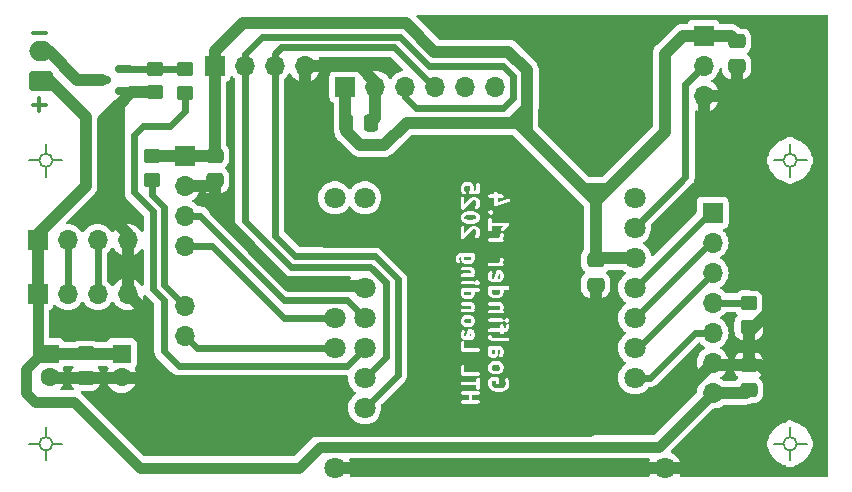
<source format=gbr>
%TF.GenerationSoftware,KiCad,Pcbnew,8.0.4*%
%TF.CreationDate,2025-06-13T09:49:43+02:00*%
%TF.ProjectId,LeoIoT_Goalfinder,4c656f49-6f54-45f4-976f-616c66696e64,01.04 SMD*%
%TF.SameCoordinates,Original*%
%TF.FileFunction,Copper,L2,Bot*%
%TF.FilePolarity,Positive*%
%FSLAX46Y46*%
G04 Gerber Fmt 4.6, Leading zero omitted, Abs format (unit mm)*
G04 Created by KiCad (PCBNEW 8.0.4) date 2025-06-13 09:49:43*
%MOMM*%
%LPD*%
G01*
G04 APERTURE LIST*
G04 Aperture macros list*
%AMRoundRect*
0 Rectangle with rounded corners*
0 $1 Rounding radius*
0 $2 $3 $4 $5 $6 $7 $8 $9 X,Y pos of 4 corners*
0 Add a 4 corners polygon primitive as box body*
4,1,4,$2,$3,$4,$5,$6,$7,$8,$9,$2,$3,0*
0 Add four circle primitives for the rounded corners*
1,1,$1+$1,$2,$3*
1,1,$1+$1,$4,$5*
1,1,$1+$1,$6,$7*
1,1,$1+$1,$8,$9*
0 Add four rect primitives between the rounded corners*
20,1,$1+$1,$2,$3,$4,$5,0*
20,1,$1+$1,$4,$5,$6,$7,0*
20,1,$1+$1,$6,$7,$8,$9,0*
20,1,$1+$1,$8,$9,$2,$3,0*%
G04 Aperture macros list end*
%ADD10C,0.300000*%
%TA.AperFunction,NonConductor*%
%ADD11C,0.300000*%
%TD*%
%TA.AperFunction,EtchedComponent*%
%ADD12C,0.150000*%
%TD*%
%TA.AperFunction,ComponentPad*%
%ADD13R,1.700000X1.700000*%
%TD*%
%TA.AperFunction,ComponentPad*%
%ADD14O,1.700000X1.700000*%
%TD*%
%TA.AperFunction,ComponentPad*%
%ADD15C,1.800000*%
%TD*%
%TA.AperFunction,ComponentPad*%
%ADD16RoundRect,0.250000X0.750000X-0.600000X0.750000X0.600000X-0.750000X0.600000X-0.750000X-0.600000X0*%
%TD*%
%TA.AperFunction,ComponentPad*%
%ADD17O,2.000000X1.700000*%
%TD*%
%TA.AperFunction,ComponentPad*%
%ADD18R,1.600000X1.600000*%
%TD*%
%TA.AperFunction,ComponentPad*%
%ADD19C,1.600000*%
%TD*%
%TA.AperFunction,SMDPad,CuDef*%
%ADD20RoundRect,0.250000X-0.475000X0.337500X-0.475000X-0.337500X0.475000X-0.337500X0.475000X0.337500X0*%
%TD*%
%TA.AperFunction,SMDPad,CuDef*%
%ADD21RoundRect,0.250000X-0.337500X-0.475000X0.337500X-0.475000X0.337500X0.475000X-0.337500X0.475000X0*%
%TD*%
%TA.AperFunction,SMDPad,CuDef*%
%ADD22RoundRect,0.250000X0.450000X-0.350000X0.450000X0.350000X-0.450000X0.350000X-0.450000X-0.350000X0*%
%TD*%
%TA.AperFunction,SMDPad,CuDef*%
%ADD23RoundRect,0.150000X0.587500X0.150000X-0.587500X0.150000X-0.587500X-0.150000X0.587500X-0.150000X0*%
%TD*%
%TA.AperFunction,SMDPad,CuDef*%
%ADD24RoundRect,0.250000X-0.450000X0.350000X-0.450000X-0.350000X0.450000X-0.350000X0.450000X0.350000X0*%
%TD*%
%TA.AperFunction,SMDPad,CuDef*%
%ADD25RoundRect,0.250000X0.475000X-0.337500X0.475000X0.337500X-0.475000X0.337500X-0.475000X-0.337500X0*%
%TD*%
%TA.AperFunction,Conductor*%
%ADD26C,1.000000*%
%TD*%
%TA.AperFunction,Conductor*%
%ADD27C,0.600000*%
%TD*%
%TA.AperFunction,Conductor*%
%ADD28C,0.900000*%
%TD*%
%TA.AperFunction,Conductor*%
%ADD29C,0.800000*%
%TD*%
G04 APERTURE END LIST*
D10*
G36*
X154413153Y-92625054D02*
G01*
X154436861Y-92672469D01*
X154436861Y-92849268D01*
X154413152Y-92896685D01*
X154365737Y-92920393D01*
X154336499Y-92920393D01*
X154397165Y-92617060D01*
X154413153Y-92625054D01*
G37*
G36*
X154374198Y-91460338D02*
G01*
X154401679Y-91487819D01*
X154436861Y-91558183D01*
X154436861Y-91673077D01*
X154401677Y-91743445D01*
X154374197Y-91770925D01*
X154303832Y-91806107D01*
X154003224Y-91806107D01*
X153932857Y-91770923D01*
X153905378Y-91743444D01*
X153870195Y-91673078D01*
X153870195Y-91558184D01*
X153905378Y-91487818D01*
X153932858Y-91460337D01*
X154003224Y-91425155D01*
X154303832Y-91425155D01*
X154374198Y-91460338D01*
G37*
G36*
X154436861Y-89143898D02*
G01*
X154436861Y-89320697D01*
X154401677Y-89391065D01*
X154374197Y-89418545D01*
X154303832Y-89453727D01*
X154003224Y-89453727D01*
X153932857Y-89418543D01*
X153905378Y-89391064D01*
X153870195Y-89320698D01*
X153870195Y-89143899D01*
X153874805Y-89134680D01*
X154432252Y-89134680D01*
X154436861Y-89143898D01*
G37*
G36*
X154436861Y-86172470D02*
G01*
X154436861Y-86349269D01*
X154401677Y-86419637D01*
X154374197Y-86447117D01*
X154303832Y-86482299D01*
X154003224Y-86482299D01*
X153932857Y-86447115D01*
X153905378Y-86419636D01*
X153870195Y-86349270D01*
X153870195Y-86172471D01*
X153874805Y-86163252D01*
X154432252Y-86163252D01*
X154436861Y-86172470D01*
G37*
G36*
X154720219Y-82688112D02*
G01*
X154807530Y-82731768D01*
X154835012Y-82759250D01*
X154870195Y-82829616D01*
X154870195Y-82882604D01*
X154835012Y-82952970D01*
X154807530Y-82980451D01*
X154720223Y-83024105D01*
X154506493Y-83077538D01*
X154233897Y-83077538D01*
X154020169Y-83024106D01*
X153932858Y-82980451D01*
X153905378Y-82952970D01*
X153870195Y-82882604D01*
X153870195Y-82829615D01*
X153905378Y-82759249D01*
X153932858Y-82731768D01*
X154020170Y-82688113D01*
X154233898Y-82634681D01*
X154506493Y-82634681D01*
X154720219Y-82688112D01*
G37*
G36*
X155320195Y-98756108D02*
G01*
X152986861Y-98756108D01*
X152986861Y-97683987D01*
X153573077Y-97683987D01*
X153573077Y-97742515D01*
X153595475Y-97796587D01*
X153636859Y-97837971D01*
X153690931Y-97860369D01*
X153720195Y-97863251D01*
X154251147Y-97863251D01*
X154251147Y-98306108D01*
X153720195Y-98306108D01*
X153690931Y-98308990D01*
X153636859Y-98331388D01*
X153595475Y-98372772D01*
X153573077Y-98426844D01*
X153573077Y-98485372D01*
X153595475Y-98539444D01*
X153636859Y-98580828D01*
X153690931Y-98603226D01*
X153720195Y-98606108D01*
X155020195Y-98606108D01*
X155049459Y-98603226D01*
X155103531Y-98580828D01*
X155144915Y-98539444D01*
X155167313Y-98485372D01*
X155167313Y-98426844D01*
X155144915Y-98372772D01*
X155103531Y-98331388D01*
X155049459Y-98308990D01*
X155020195Y-98306108D01*
X154551147Y-98306108D01*
X154551147Y-97863251D01*
X155020195Y-97863251D01*
X155049459Y-97860369D01*
X155103531Y-97837971D01*
X155144915Y-97796587D01*
X155167313Y-97742515D01*
X155167313Y-97683987D01*
X155144915Y-97629915D01*
X155103531Y-97588531D01*
X155049459Y-97566133D01*
X155020195Y-97563251D01*
X153720195Y-97563251D01*
X153690931Y-97566133D01*
X153636859Y-97588531D01*
X153595475Y-97629915D01*
X153573077Y-97683987D01*
X152986861Y-97683987D01*
X152986861Y-96879224D01*
X153573077Y-96879224D01*
X153573077Y-96937752D01*
X153595475Y-96991824D01*
X153636859Y-97033208D01*
X153690931Y-97055606D01*
X153720195Y-97058488D01*
X154870195Y-97058488D01*
X154870195Y-97279917D01*
X154873077Y-97309181D01*
X154895475Y-97363253D01*
X154936859Y-97404637D01*
X154990931Y-97427035D01*
X155049459Y-97427035D01*
X155103531Y-97404637D01*
X155144915Y-97363253D01*
X155167313Y-97309181D01*
X155170195Y-97279917D01*
X155170195Y-96537060D01*
X155167313Y-96507796D01*
X155144915Y-96453724D01*
X155103531Y-96412340D01*
X155049459Y-96389942D01*
X154990931Y-96389942D01*
X154936859Y-96412340D01*
X154895475Y-96453724D01*
X154873077Y-96507796D01*
X154870195Y-96537060D01*
X154870195Y-96758488D01*
X153720195Y-96758488D01*
X153690931Y-96761370D01*
X153636859Y-96783768D01*
X153595475Y-96825152D01*
X153573077Y-96879224D01*
X152986861Y-96879224D01*
X152986861Y-95484679D01*
X153570195Y-95484679D01*
X153570195Y-96103727D01*
X153573077Y-96132991D01*
X153595475Y-96187063D01*
X153636859Y-96228447D01*
X153690931Y-96250845D01*
X153720195Y-96253727D01*
X155020195Y-96253727D01*
X155049459Y-96250845D01*
X155103531Y-96228447D01*
X155144915Y-96187063D01*
X155167313Y-96132991D01*
X155167313Y-96074463D01*
X155144915Y-96020391D01*
X155103531Y-95979007D01*
X155049459Y-95956609D01*
X155020195Y-95953727D01*
X153870195Y-95953727D01*
X153870195Y-95484679D01*
X153867313Y-95455415D01*
X153844915Y-95401343D01*
X153803531Y-95359959D01*
X153749459Y-95337561D01*
X153690931Y-95337561D01*
X153636859Y-95359959D01*
X153595475Y-95401343D01*
X153573077Y-95455415D01*
X153570195Y-95484679D01*
X152986861Y-95484679D01*
X152986861Y-93441822D01*
X153570195Y-93441822D01*
X153570195Y-94060870D01*
X153573077Y-94090134D01*
X153595475Y-94144206D01*
X153636859Y-94185590D01*
X153690931Y-94207988D01*
X153720195Y-94210870D01*
X155020195Y-94210870D01*
X155049459Y-94207988D01*
X155103531Y-94185590D01*
X155144915Y-94144206D01*
X155167313Y-94090134D01*
X155167313Y-94031606D01*
X155144915Y-93977534D01*
X155103531Y-93936150D01*
X155049459Y-93913752D01*
X155020195Y-93910870D01*
X153870195Y-93910870D01*
X153870195Y-93441822D01*
X153867313Y-93412558D01*
X153844915Y-93358486D01*
X153803531Y-93317102D01*
X153749459Y-93294704D01*
X153690931Y-93294704D01*
X153636859Y-93317102D01*
X153595475Y-93358486D01*
X153573077Y-93412558D01*
X153570195Y-93441822D01*
X152986861Y-93441822D01*
X152986861Y-92637060D01*
X153570195Y-92637060D01*
X153570195Y-92884679D01*
X153573077Y-92913943D01*
X153575138Y-92918920D01*
X153575521Y-92924298D01*
X153586031Y-92951761D01*
X153647936Y-93075571D01*
X153651016Y-93080465D01*
X153651786Y-93082773D01*
X153654278Y-93085646D01*
X153663601Y-93100457D01*
X153677813Y-93112783D01*
X153690133Y-93126988D01*
X153704936Y-93136306D01*
X153707816Y-93138804D01*
X153710127Y-93139574D01*
X153715018Y-93142653D01*
X153838827Y-93204557D01*
X153866290Y-93215067D01*
X153871667Y-93215449D01*
X153876645Y-93217511D01*
X153905909Y-93220393D01*
X154153371Y-93220393D01*
X154401147Y-93220393D01*
X154430411Y-93217511D01*
X154435389Y-93215448D01*
X154440765Y-93215067D01*
X154468228Y-93204558D01*
X154592038Y-93142654D01*
X154596933Y-93139572D01*
X154599242Y-93138803D01*
X154602116Y-93136309D01*
X154616924Y-93126989D01*
X154629247Y-93112779D01*
X154643457Y-93100456D01*
X154652777Y-93085648D01*
X154655271Y-93082774D01*
X154656040Y-93080465D01*
X154659122Y-93075570D01*
X154721025Y-92951760D01*
X154731535Y-92924297D01*
X154731916Y-92918921D01*
X154733979Y-92913943D01*
X154736861Y-92884679D01*
X154736861Y-92637060D01*
X154733979Y-92607796D01*
X154731917Y-92602818D01*
X154731535Y-92597441D01*
X154721025Y-92569978D01*
X154659121Y-92446169D01*
X154656042Y-92441278D01*
X154655272Y-92438967D01*
X154652774Y-92436087D01*
X154643456Y-92421284D01*
X154629251Y-92408964D01*
X154616925Y-92394752D01*
X154602114Y-92385429D01*
X154599241Y-92382937D01*
X154596933Y-92382167D01*
X154592039Y-92379087D01*
X154468229Y-92317182D01*
X154440766Y-92306672D01*
X154435388Y-92306289D01*
X154430411Y-92304228D01*
X154401147Y-92301346D01*
X154277500Y-92301346D01*
X154277495Y-92301345D01*
X154277490Y-92301346D01*
X154277338Y-92301346D01*
X154248074Y-92304228D01*
X154234497Y-92309851D01*
X154220080Y-92312704D01*
X154207721Y-92320943D01*
X154194002Y-92326626D01*
X154183612Y-92337016D01*
X154171384Y-92345168D01*
X154163119Y-92357508D01*
X154152618Y-92368010D01*
X154146994Y-92381586D01*
X154138816Y-92393798D01*
X154130251Y-92421928D01*
X154030558Y-92920393D01*
X153941318Y-92920393D01*
X153893903Y-92896685D01*
X153870195Y-92849269D01*
X153870195Y-92672470D01*
X153916264Y-92580333D01*
X153926774Y-92552870D01*
X153930922Y-92494490D01*
X153912415Y-92438967D01*
X153874068Y-92394752D01*
X153821719Y-92368577D01*
X153763339Y-92364429D01*
X153707817Y-92382936D01*
X153663601Y-92421283D01*
X153647936Y-92446168D01*
X153586031Y-92569978D01*
X153575522Y-92597441D01*
X153575140Y-92602815D01*
X153573077Y-92607796D01*
X153570195Y-92637060D01*
X152986861Y-92637060D01*
X152986861Y-91522774D01*
X153570195Y-91522774D01*
X153570195Y-91708488D01*
X153573077Y-91737752D01*
X153575138Y-91742729D01*
X153575521Y-91748107D01*
X153586031Y-91775570D01*
X153647936Y-91899380D01*
X153655861Y-91911970D01*
X153657378Y-91915632D01*
X153660760Y-91919753D01*
X153663601Y-91924266D01*
X153666594Y-91926862D01*
X153676033Y-91938363D01*
X153737937Y-92000268D01*
X153749439Y-92009707D01*
X153752037Y-92012703D01*
X153756551Y-92015545D01*
X153760668Y-92018923D01*
X153764324Y-92020437D01*
X153776923Y-92028368D01*
X153900733Y-92090271D01*
X153928196Y-92100781D01*
X153933571Y-92101162D01*
X153938550Y-92103225D01*
X153967814Y-92106107D01*
X154339242Y-92106107D01*
X154368506Y-92103225D01*
X154373484Y-92101162D01*
X154378860Y-92100781D01*
X154406323Y-92090272D01*
X154530133Y-92028368D01*
X154542729Y-92020439D01*
X154546387Y-92018924D01*
X154550504Y-92015544D01*
X154555019Y-92012703D01*
X154557616Y-92009708D01*
X154569118Y-92000269D01*
X154631023Y-91938364D01*
X154640462Y-91926862D01*
X154643457Y-91924265D01*
X154646298Y-91919750D01*
X154649678Y-91915633D01*
X154651193Y-91911975D01*
X154659122Y-91899379D01*
X154721025Y-91775569D01*
X154731535Y-91748106D01*
X154731916Y-91742730D01*
X154733979Y-91737752D01*
X154736861Y-91708488D01*
X154736861Y-91522774D01*
X154733979Y-91493510D01*
X154731917Y-91488532D01*
X154731535Y-91483155D01*
X154721025Y-91455692D01*
X154659121Y-91331883D01*
X154651194Y-91319291D01*
X154649678Y-91315630D01*
X154646294Y-91311507D01*
X154643456Y-91306998D01*
X154640464Y-91304403D01*
X154631023Y-91292899D01*
X154569118Y-91230994D01*
X154557616Y-91221555D01*
X154555020Y-91218561D01*
X154550506Y-91215720D01*
X154546387Y-91212339D01*
X154542727Y-91210823D01*
X154530134Y-91202896D01*
X154406324Y-91140991D01*
X154378861Y-91130481D01*
X154373483Y-91130098D01*
X154368506Y-91128037D01*
X154339242Y-91125155D01*
X153967814Y-91125155D01*
X153938550Y-91128037D01*
X153933571Y-91130099D01*
X153928196Y-91130481D01*
X153900732Y-91140991D01*
X153776922Y-91202896D01*
X153764325Y-91210824D01*
X153760668Y-91212340D01*
X153756550Y-91215719D01*
X153752036Y-91218561D01*
X153749439Y-91221555D01*
X153737937Y-91230995D01*
X153676033Y-91292900D01*
X153666594Y-91304401D01*
X153663601Y-91306997D01*
X153660760Y-91311509D01*
X153657378Y-91315631D01*
X153655862Y-91319290D01*
X153647936Y-91331882D01*
X153586031Y-91455692D01*
X153575522Y-91483155D01*
X153575140Y-91488529D01*
X153573077Y-91493510D01*
X153570195Y-91522774D01*
X152986861Y-91522774D01*
X152986861Y-90131606D01*
X153573077Y-90131606D01*
X153573077Y-90190134D01*
X153595475Y-90244206D01*
X153636859Y-90285590D01*
X153690931Y-90307988D01*
X153720195Y-90310870D01*
X154365737Y-90310870D01*
X154413153Y-90334578D01*
X154436861Y-90381993D01*
X154436861Y-90496887D01*
X154401677Y-90567255D01*
X154400920Y-90568013D01*
X153720195Y-90568013D01*
X153690931Y-90570895D01*
X153636859Y-90593293D01*
X153595475Y-90634677D01*
X153573077Y-90688749D01*
X153573077Y-90747277D01*
X153595475Y-90801349D01*
X153636859Y-90842733D01*
X153690931Y-90865131D01*
X153720195Y-90868013D01*
X154586861Y-90868013D01*
X154616125Y-90865131D01*
X154670197Y-90842733D01*
X154711581Y-90801349D01*
X154733979Y-90747277D01*
X154733979Y-90688749D01*
X154711581Y-90634677D01*
X154706111Y-90629207D01*
X154721025Y-90599379D01*
X154731535Y-90571916D01*
X154731916Y-90566540D01*
X154733979Y-90561562D01*
X154736861Y-90532298D01*
X154736861Y-90346584D01*
X154733979Y-90317320D01*
X154731917Y-90312342D01*
X154731535Y-90306965D01*
X154721025Y-90279502D01*
X154659121Y-90155693D01*
X154656042Y-90150802D01*
X154655272Y-90148491D01*
X154652774Y-90145611D01*
X154643456Y-90130808D01*
X154629251Y-90118488D01*
X154616925Y-90104276D01*
X154602114Y-90094953D01*
X154599241Y-90092461D01*
X154596933Y-90091691D01*
X154592039Y-90088611D01*
X154468229Y-90026706D01*
X154440766Y-90016196D01*
X154435388Y-90015813D01*
X154430411Y-90013752D01*
X154401147Y-90010870D01*
X153720195Y-90010870D01*
X153690931Y-90013752D01*
X153636859Y-90036150D01*
X153595475Y-90077534D01*
X153573077Y-90131606D01*
X152986861Y-90131606D01*
X152986861Y-89108489D01*
X153570195Y-89108489D01*
X153570195Y-89356108D01*
X153573077Y-89385372D01*
X153575138Y-89390349D01*
X153575521Y-89395727D01*
X153586031Y-89423190D01*
X153647936Y-89547000D01*
X153655861Y-89559590D01*
X153657378Y-89563252D01*
X153660760Y-89567373D01*
X153663601Y-89571886D01*
X153666594Y-89574482D01*
X153676033Y-89585983D01*
X153737937Y-89647888D01*
X153749439Y-89657327D01*
X153752037Y-89660323D01*
X153756551Y-89663165D01*
X153760668Y-89666543D01*
X153764324Y-89668057D01*
X153776923Y-89675988D01*
X153900733Y-89737891D01*
X153928196Y-89748401D01*
X153933571Y-89748782D01*
X153938550Y-89750845D01*
X153967814Y-89753727D01*
X154339242Y-89753727D01*
X154368506Y-89750845D01*
X154373484Y-89748782D01*
X154378860Y-89748401D01*
X154406323Y-89737892D01*
X154530133Y-89675988D01*
X154542729Y-89668059D01*
X154546387Y-89666544D01*
X154550504Y-89663164D01*
X154555019Y-89660323D01*
X154557616Y-89657328D01*
X154569118Y-89647889D01*
X154631023Y-89585984D01*
X154640462Y-89574482D01*
X154643457Y-89571885D01*
X154646298Y-89567370D01*
X154649678Y-89563253D01*
X154651193Y-89559595D01*
X154659122Y-89546999D01*
X154721025Y-89423189D01*
X154731535Y-89395726D01*
X154731916Y-89390350D01*
X154733979Y-89385372D01*
X154736861Y-89356108D01*
X154736861Y-89134680D01*
X155020195Y-89134680D01*
X155049459Y-89131798D01*
X155103531Y-89109400D01*
X155144915Y-89068016D01*
X155167313Y-89013944D01*
X155167313Y-88955416D01*
X155144915Y-88901344D01*
X155103531Y-88859960D01*
X155049459Y-88837562D01*
X155020195Y-88834680D01*
X153720195Y-88834680D01*
X153690931Y-88837562D01*
X153636859Y-88859960D01*
X153595475Y-88901344D01*
X153573077Y-88955416D01*
X153573077Y-89013944D01*
X153585273Y-89043387D01*
X153575522Y-89068870D01*
X153575140Y-89074244D01*
X153573077Y-89079225D01*
X153570195Y-89108489D01*
X152986861Y-89108489D01*
X152986861Y-88336369D01*
X153573077Y-88336369D01*
X153573077Y-88394897D01*
X153595475Y-88448969D01*
X153636859Y-88490353D01*
X153690931Y-88512751D01*
X153720195Y-88515633D01*
X154586861Y-88515633D01*
X154616125Y-88512751D01*
X154670197Y-88490353D01*
X154711581Y-88448969D01*
X154733979Y-88394897D01*
X154733979Y-88336369D01*
X154749267Y-88336369D01*
X154749267Y-88336370D01*
X154749267Y-88336371D01*
X154749267Y-88394897D01*
X154755438Y-88409794D01*
X154771664Y-88448968D01*
X154771665Y-88448969D01*
X154790320Y-88471700D01*
X154852225Y-88533604D01*
X154874950Y-88552253D01*
X154874954Y-88552257D01*
X154874955Y-88552257D01*
X154874956Y-88552258D01*
X154884232Y-88556100D01*
X154929026Y-88574655D01*
X154929028Y-88574655D01*
X154987552Y-88574655D01*
X155041624Y-88552259D01*
X155064355Y-88533604D01*
X155126260Y-88471700D01*
X155144915Y-88448969D01*
X155144916Y-88448968D01*
X155161142Y-88409794D01*
X155167313Y-88394897D01*
X155167313Y-88336369D01*
X155144916Y-88282299D01*
X155144916Y-88282298D01*
X155126261Y-88259567D01*
X155064356Y-88197662D01*
X155041625Y-88179007D01*
X154987553Y-88156610D01*
X154929027Y-88156610D01*
X154874955Y-88179007D01*
X154852224Y-88197662D01*
X154790319Y-88259567D01*
X154771665Y-88282297D01*
X154771663Y-88282299D01*
X154758543Y-88313973D01*
X154749267Y-88336369D01*
X154733979Y-88336369D01*
X154711581Y-88282297D01*
X154670197Y-88240913D01*
X154616125Y-88218515D01*
X154586861Y-88215633D01*
X153720195Y-88215633D01*
X153690931Y-88218515D01*
X153636859Y-88240913D01*
X153595475Y-88282297D01*
X153573077Y-88336369D01*
X152986861Y-88336369D01*
X152986861Y-87160178D01*
X153573077Y-87160178D01*
X153573077Y-87218706D01*
X153595475Y-87272778D01*
X153636859Y-87314162D01*
X153690931Y-87336560D01*
X153720195Y-87339442D01*
X154365737Y-87339442D01*
X154413153Y-87363150D01*
X154436861Y-87410565D01*
X154436861Y-87525459D01*
X154401677Y-87595827D01*
X154400920Y-87596585D01*
X153720195Y-87596585D01*
X153690931Y-87599467D01*
X153636859Y-87621865D01*
X153595475Y-87663249D01*
X153573077Y-87717321D01*
X153573077Y-87775849D01*
X153595475Y-87829921D01*
X153636859Y-87871305D01*
X153690931Y-87893703D01*
X153720195Y-87896585D01*
X154586861Y-87896585D01*
X154616125Y-87893703D01*
X154670197Y-87871305D01*
X154711581Y-87829921D01*
X154733979Y-87775849D01*
X154733979Y-87717321D01*
X154711581Y-87663249D01*
X154706111Y-87657779D01*
X154721025Y-87627951D01*
X154731535Y-87600488D01*
X154731916Y-87595112D01*
X154733979Y-87590134D01*
X154736861Y-87560870D01*
X154736861Y-87375156D01*
X154733979Y-87345892D01*
X154731917Y-87340914D01*
X154731535Y-87335537D01*
X154721025Y-87308074D01*
X154659121Y-87184265D01*
X154656042Y-87179374D01*
X154655272Y-87177063D01*
X154652774Y-87174183D01*
X154643456Y-87159380D01*
X154629251Y-87147060D01*
X154616925Y-87132848D01*
X154602114Y-87123525D01*
X154599241Y-87121033D01*
X154596933Y-87120263D01*
X154592039Y-87117183D01*
X154468229Y-87055278D01*
X154440766Y-87044768D01*
X154435388Y-87044385D01*
X154430411Y-87042324D01*
X154401147Y-87039442D01*
X153720195Y-87039442D01*
X153690931Y-87042324D01*
X153636859Y-87064722D01*
X153595475Y-87106106D01*
X153573077Y-87160178D01*
X152986861Y-87160178D01*
X152986861Y-86260871D01*
X153136861Y-86260871D01*
X153136861Y-86446585D01*
X153139743Y-86475849D01*
X153141804Y-86480826D01*
X153142187Y-86486204D01*
X153152697Y-86513667D01*
X153214602Y-86637477D01*
X153230267Y-86662363D01*
X153274482Y-86700710D01*
X153330005Y-86719217D01*
X153388385Y-86715069D01*
X153440734Y-86688894D01*
X153479081Y-86644679D01*
X153497588Y-86589157D01*
X153493440Y-86530777D01*
X153482930Y-86503313D01*
X153436861Y-86411175D01*
X153436861Y-86296281D01*
X153472043Y-86225915D01*
X153499524Y-86198435D01*
X153569891Y-86163252D01*
X153570195Y-86163252D01*
X153570195Y-86384680D01*
X153573077Y-86413944D01*
X153575138Y-86418921D01*
X153575521Y-86424299D01*
X153586031Y-86451762D01*
X153647936Y-86575572D01*
X153655861Y-86588162D01*
X153657378Y-86591824D01*
X153660760Y-86595945D01*
X153663601Y-86600458D01*
X153666594Y-86603054D01*
X153676033Y-86614555D01*
X153737937Y-86676460D01*
X153749439Y-86685899D01*
X153752037Y-86688895D01*
X153756551Y-86691737D01*
X153760668Y-86695115D01*
X153764324Y-86696629D01*
X153776923Y-86704560D01*
X153900733Y-86766463D01*
X153928196Y-86776973D01*
X153933571Y-86777354D01*
X153938550Y-86779417D01*
X153967814Y-86782299D01*
X154339242Y-86782299D01*
X154368506Y-86779417D01*
X154373484Y-86777354D01*
X154378860Y-86776973D01*
X154406323Y-86766464D01*
X154530133Y-86704560D01*
X154542729Y-86696631D01*
X154546387Y-86695116D01*
X154550504Y-86691736D01*
X154555019Y-86688895D01*
X154557616Y-86685900D01*
X154569118Y-86676461D01*
X154631023Y-86614556D01*
X154640462Y-86603054D01*
X154643457Y-86600457D01*
X154646298Y-86595942D01*
X154649678Y-86591825D01*
X154651193Y-86588167D01*
X154659122Y-86575571D01*
X154721025Y-86451761D01*
X154731535Y-86424298D01*
X154731916Y-86418922D01*
X154733979Y-86413944D01*
X154736861Y-86384680D01*
X154736861Y-86137061D01*
X154733979Y-86107797D01*
X154731917Y-86102819D01*
X154731535Y-86097442D01*
X154721782Y-86071959D01*
X154733979Y-86042516D01*
X154733979Y-85983988D01*
X154711581Y-85929916D01*
X154670197Y-85888532D01*
X154616125Y-85866134D01*
X154586861Y-85863252D01*
X153534480Y-85863252D01*
X153505216Y-85866134D01*
X153500238Y-85868195D01*
X153494861Y-85868578D01*
X153467398Y-85879088D01*
X153343589Y-85940993D01*
X153330993Y-85948921D01*
X153327337Y-85950436D01*
X153323219Y-85953815D01*
X153318703Y-85956658D01*
X153316105Y-85959653D01*
X153304606Y-85969090D01*
X153242701Y-86030994D01*
X153233261Y-86042495D01*
X153230267Y-86045093D01*
X153227425Y-86049607D01*
X153224046Y-86053725D01*
X153222530Y-86057383D01*
X153214602Y-86069979D01*
X153152697Y-86193789D01*
X153142187Y-86221252D01*
X153141804Y-86226629D01*
X153139743Y-86231607D01*
X153136861Y-86260871D01*
X152986861Y-86260871D01*
X152986861Y-83722776D01*
X153570195Y-83722776D01*
X153570195Y-84527538D01*
X153573077Y-84556801D01*
X153595474Y-84610873D01*
X153636860Y-84652259D01*
X153668534Y-84665378D01*
X153690931Y-84674656D01*
X153690932Y-84674656D01*
X153749458Y-84674656D01*
X153749459Y-84674656D01*
X153771856Y-84665378D01*
X153803530Y-84652259D01*
X153826261Y-84633604D01*
X154544080Y-83915785D01*
X154673107Y-83872776D01*
X154737166Y-83872776D01*
X154807530Y-83907958D01*
X154835012Y-83935440D01*
X154870195Y-84005806D01*
X154870195Y-84244509D01*
X154835012Y-84314874D01*
X154790320Y-84359566D01*
X154771665Y-84382297D01*
X154749267Y-84436369D01*
X154749267Y-84494895D01*
X154771663Y-84548967D01*
X154813049Y-84590353D01*
X154867121Y-84612751D01*
X154925647Y-84612751D01*
X154979719Y-84590355D01*
X155002450Y-84571700D01*
X155064355Y-84509796D01*
X155073794Y-84498293D01*
X155076789Y-84495697D01*
X155079630Y-84491182D01*
X155083010Y-84487065D01*
X155084525Y-84483407D01*
X155092454Y-84470811D01*
X155154359Y-84347001D01*
X155164869Y-84319537D01*
X155165250Y-84314161D01*
X155167313Y-84309183D01*
X155170195Y-84279919D01*
X155170195Y-83970395D01*
X155167313Y-83941131D01*
X155165251Y-83936153D01*
X155164869Y-83930776D01*
X155154359Y-83903313D01*
X155092454Y-83779504D01*
X155084526Y-83766910D01*
X155083011Y-83763251D01*
X155079629Y-83759131D01*
X155076789Y-83754618D01*
X155073794Y-83752021D01*
X155064356Y-83740520D01*
X155002451Y-83678615D01*
X154990949Y-83669175D01*
X154988353Y-83666182D01*
X154983839Y-83663340D01*
X154979720Y-83659960D01*
X154976061Y-83658444D01*
X154963468Y-83650517D01*
X154839658Y-83588612D01*
X154812195Y-83578103D01*
X154806820Y-83577721D01*
X154801840Y-83575658D01*
X154772576Y-83572776D01*
X154648766Y-83572776D01*
X154633954Y-83574234D01*
X154630005Y-83573954D01*
X154624810Y-83575135D01*
X154619502Y-83575658D01*
X154615839Y-83577175D01*
X154601332Y-83580474D01*
X154415618Y-83642379D01*
X154388767Y-83654367D01*
X154384696Y-83657896D01*
X154379716Y-83659960D01*
X154356986Y-83678615D01*
X153870195Y-84165406D01*
X153870195Y-83722776D01*
X153867313Y-83693512D01*
X153844915Y-83639440D01*
X153803531Y-83598056D01*
X153749459Y-83575658D01*
X153690931Y-83575658D01*
X153636859Y-83598056D01*
X153595475Y-83639440D01*
X153573077Y-83693512D01*
X153570195Y-83722776D01*
X152986861Y-83722776D01*
X152986861Y-82794205D01*
X153570195Y-82794205D01*
X153570195Y-82918015D01*
X153573077Y-82947279D01*
X153575140Y-82952259D01*
X153575522Y-82957634D01*
X153586031Y-82985097D01*
X153647936Y-83108907D01*
X153655862Y-83121498D01*
X153657378Y-83125158D01*
X153660760Y-83129279D01*
X153663601Y-83133792D01*
X153666594Y-83136387D01*
X153676033Y-83147889D01*
X153737937Y-83209794D01*
X153749439Y-83219233D01*
X153752036Y-83222228D01*
X153756550Y-83225069D01*
X153760668Y-83228449D01*
X153764325Y-83229964D01*
X153776922Y-83237893D01*
X153900732Y-83299798D01*
X153902872Y-83300617D01*
X153903743Y-83301262D01*
X153916007Y-83305643D01*
X153928196Y-83310308D01*
X153929278Y-83310384D01*
X153931434Y-83311155D01*
X154179053Y-83373060D01*
X154184127Y-83373810D01*
X154186169Y-83374656D01*
X154197185Y-83375740D01*
X154208143Y-83377361D01*
X154210330Y-83377035D01*
X154215433Y-83377538D01*
X154524957Y-83377538D01*
X154530060Y-83377035D01*
X154532248Y-83377361D01*
X154543198Y-83375741D01*
X154554221Y-83374656D01*
X154556265Y-83373808D01*
X154561337Y-83373059D01*
X154808956Y-83311155D01*
X154811114Y-83310383D01*
X154812195Y-83310307D01*
X154824361Y-83305651D01*
X154836648Y-83301262D01*
X154837519Y-83300616D01*
X154839658Y-83299798D01*
X154963468Y-83237893D01*
X154976061Y-83229965D01*
X154979720Y-83228450D01*
X154983839Y-83225069D01*
X154988353Y-83222228D01*
X154990949Y-83219234D01*
X155002451Y-83209795D01*
X155064356Y-83147890D01*
X155073794Y-83136388D01*
X155076789Y-83133792D01*
X155079629Y-83129278D01*
X155083011Y-83125159D01*
X155084526Y-83121499D01*
X155092454Y-83108906D01*
X155154359Y-82985097D01*
X155164869Y-82957634D01*
X155165251Y-82952256D01*
X155167313Y-82947279D01*
X155170195Y-82918015D01*
X155170195Y-82794205D01*
X155167313Y-82764941D01*
X155165251Y-82759963D01*
X155164869Y-82754586D01*
X155154359Y-82727123D01*
X155092454Y-82603314D01*
X155084526Y-82590720D01*
X155083011Y-82587061D01*
X155079629Y-82582941D01*
X155076789Y-82578428D01*
X155073794Y-82575831D01*
X155064356Y-82564330D01*
X155002451Y-82502425D01*
X154990949Y-82492985D01*
X154988353Y-82489992D01*
X154983839Y-82487150D01*
X154979720Y-82483770D01*
X154976061Y-82482254D01*
X154963468Y-82474327D01*
X154839658Y-82412422D01*
X154837519Y-82411603D01*
X154836648Y-82410958D01*
X154824355Y-82406566D01*
X154812195Y-82401913D01*
X154811115Y-82401836D01*
X154808957Y-82401065D01*
X154561337Y-82339160D01*
X154556265Y-82338410D01*
X154554221Y-82337563D01*
X154543198Y-82336477D01*
X154532248Y-82334858D01*
X154530060Y-82335183D01*
X154524957Y-82334681D01*
X154215433Y-82334681D01*
X154210329Y-82335183D01*
X154208142Y-82334858D01*
X154197191Y-82336477D01*
X154186169Y-82337563D01*
X154184124Y-82338410D01*
X154179053Y-82339160D01*
X153931434Y-82401065D01*
X153929278Y-82401835D01*
X153928196Y-82401912D01*
X153916015Y-82406573D01*
X153903742Y-82410958D01*
X153902870Y-82411603D01*
X153900732Y-82412422D01*
X153776922Y-82474327D01*
X153764325Y-82482255D01*
X153760668Y-82483771D01*
X153756550Y-82487150D01*
X153752036Y-82489992D01*
X153749439Y-82492986D01*
X153737937Y-82502426D01*
X153676033Y-82564331D01*
X153666594Y-82575832D01*
X153663601Y-82578428D01*
X153660760Y-82582940D01*
X153657378Y-82587062D01*
X153655862Y-82590721D01*
X153647936Y-82603313D01*
X153586031Y-82727123D01*
X153575522Y-82754586D01*
X153575140Y-82759960D01*
X153573077Y-82764941D01*
X153570195Y-82794205D01*
X152986861Y-82794205D01*
X152986861Y-81246586D01*
X153570195Y-81246586D01*
X153570195Y-82051348D01*
X153573077Y-82080611D01*
X153595474Y-82134683D01*
X153636860Y-82176069D01*
X153668534Y-82189188D01*
X153690931Y-82198466D01*
X153690932Y-82198466D01*
X153749458Y-82198466D01*
X153749459Y-82198466D01*
X153771856Y-82189188D01*
X153803530Y-82176069D01*
X153826261Y-82157414D01*
X154544080Y-81439595D01*
X154673107Y-81396586D01*
X154737166Y-81396586D01*
X154807530Y-81431768D01*
X154835012Y-81459250D01*
X154870195Y-81529616D01*
X154870195Y-81768319D01*
X154835012Y-81838684D01*
X154790320Y-81883376D01*
X154771665Y-81906107D01*
X154749267Y-81960179D01*
X154749267Y-82018705D01*
X154771663Y-82072777D01*
X154813049Y-82114163D01*
X154867121Y-82136561D01*
X154925647Y-82136561D01*
X154979719Y-82114165D01*
X155002450Y-82095510D01*
X155064355Y-82033606D01*
X155073794Y-82022103D01*
X155076789Y-82019507D01*
X155079630Y-82014992D01*
X155083010Y-82010875D01*
X155084525Y-82007217D01*
X155092454Y-81994621D01*
X155154359Y-81870811D01*
X155164869Y-81843347D01*
X155165250Y-81837971D01*
X155167313Y-81832993D01*
X155170195Y-81803729D01*
X155170195Y-81494205D01*
X155167313Y-81464941D01*
X155165251Y-81459963D01*
X155164869Y-81454586D01*
X155154359Y-81427123D01*
X155092454Y-81303314D01*
X155084526Y-81290720D01*
X155083011Y-81287061D01*
X155079629Y-81282941D01*
X155076789Y-81278428D01*
X155073794Y-81275831D01*
X155064356Y-81264330D01*
X155002451Y-81202425D01*
X154990949Y-81192985D01*
X154988353Y-81189992D01*
X154983839Y-81187150D01*
X154979720Y-81183770D01*
X154976061Y-81182254D01*
X154963468Y-81174327D01*
X154839658Y-81112422D01*
X154812195Y-81101913D01*
X154806820Y-81101531D01*
X154801840Y-81099468D01*
X154772576Y-81096586D01*
X154648766Y-81096586D01*
X154633954Y-81098044D01*
X154630005Y-81097764D01*
X154624810Y-81098945D01*
X154619502Y-81099468D01*
X154615839Y-81100985D01*
X154601332Y-81104284D01*
X154415618Y-81166189D01*
X154388767Y-81178177D01*
X154384696Y-81181706D01*
X154379716Y-81183770D01*
X154356986Y-81202425D01*
X153870195Y-81689216D01*
X153870195Y-81246586D01*
X153867313Y-81217322D01*
X153844915Y-81163250D01*
X153803531Y-81121866D01*
X153749459Y-81099468D01*
X153690931Y-81099468D01*
X153636859Y-81121866D01*
X153595475Y-81163250D01*
X153573077Y-81217322D01*
X153570195Y-81246586D01*
X152986861Y-81246586D01*
X152986861Y-80256110D01*
X153570195Y-80256110D01*
X153570195Y-80565634D01*
X153573077Y-80594898D01*
X153575138Y-80599875D01*
X153575521Y-80605253D01*
X153586031Y-80632716D01*
X153647936Y-80756526D01*
X153655863Y-80769119D01*
X153657379Y-80772779D01*
X153660760Y-80776898D01*
X153663601Y-80781412D01*
X153666595Y-80784008D01*
X153676034Y-80795510D01*
X153737938Y-80857414D01*
X153760668Y-80876069D01*
X153814741Y-80898465D01*
X153873267Y-80898465D01*
X153927339Y-80876069D01*
X153968725Y-80834683D01*
X153991121Y-80780611D01*
X153991121Y-80722085D01*
X153968725Y-80668012D01*
X153950070Y-80645282D01*
X153905378Y-80600590D01*
X153870195Y-80530224D01*
X153870195Y-80291520D01*
X153905378Y-80221154D01*
X153932858Y-80193673D01*
X154003224Y-80158491D01*
X154241928Y-80158491D01*
X154312292Y-80193673D01*
X154339774Y-80221155D01*
X154374957Y-80291521D01*
X154374957Y-80530224D01*
X154339774Y-80600589D01*
X154295082Y-80645281D01*
X154276427Y-80668012D01*
X154273535Y-80674991D01*
X154268754Y-80680836D01*
X154262420Y-80701824D01*
X154254029Y-80722084D01*
X154254029Y-80729636D01*
X154251847Y-80736868D01*
X154254029Y-80758686D01*
X154254029Y-80780610D01*
X154256919Y-80787588D01*
X154257671Y-80795105D01*
X154268033Y-80814422D01*
X154276425Y-80834682D01*
X154281767Y-80840024D01*
X154285338Y-80846680D01*
X154302305Y-80860562D01*
X154317811Y-80876068D01*
X154324790Y-80878959D01*
X154330635Y-80883741D01*
X154351623Y-80890074D01*
X154371883Y-80898466D01*
X154379436Y-80898466D01*
X154386667Y-80900648D01*
X154416072Y-80900604D01*
X155035120Y-80838700D01*
X155045785Y-80836562D01*
X155049459Y-80836562D01*
X155052904Y-80835134D01*
X155063952Y-80832920D01*
X155083273Y-80822555D01*
X155103531Y-80814164D01*
X155108871Y-80808823D01*
X155115527Y-80805253D01*
X155129410Y-80788284D01*
X155144915Y-80772780D01*
X155147805Y-80765802D01*
X155152588Y-80759957D01*
X155158920Y-80738968D01*
X155167313Y-80718708D01*
X155168417Y-80707491D01*
X155169494Y-80703924D01*
X155169128Y-80700270D01*
X155170195Y-80689444D01*
X155170195Y-80070396D01*
X155167313Y-80041132D01*
X155144915Y-79987060D01*
X155103531Y-79945676D01*
X155049459Y-79923278D01*
X154990931Y-79923278D01*
X154936859Y-79945676D01*
X154895475Y-79987060D01*
X154873077Y-80041132D01*
X154870195Y-80070396D01*
X154870195Y-80553695D01*
X154674202Y-80573294D01*
X154674957Y-80565634D01*
X154674957Y-80256110D01*
X154672075Y-80226846D01*
X154670013Y-80221868D01*
X154669631Y-80216491D01*
X154659121Y-80189028D01*
X154597216Y-80065219D01*
X154589288Y-80052625D01*
X154587773Y-80048966D01*
X154584391Y-80044846D01*
X154581551Y-80040333D01*
X154578556Y-80037736D01*
X154569118Y-80026235D01*
X154507213Y-79964330D01*
X154495711Y-79954890D01*
X154493115Y-79951897D01*
X154488601Y-79949055D01*
X154484482Y-79945675D01*
X154480823Y-79944159D01*
X154468230Y-79936232D01*
X154344420Y-79874327D01*
X154316957Y-79863818D01*
X154311582Y-79863436D01*
X154306602Y-79861373D01*
X154277338Y-79858491D01*
X153967814Y-79858491D01*
X153938550Y-79861373D01*
X153933571Y-79863435D01*
X153928196Y-79863817D01*
X153900732Y-79874327D01*
X153776922Y-79936232D01*
X153764325Y-79944160D01*
X153760668Y-79945676D01*
X153756550Y-79949055D01*
X153752036Y-79951897D01*
X153749439Y-79954891D01*
X153737937Y-79964331D01*
X153676033Y-80026236D01*
X153666594Y-80037737D01*
X153663601Y-80040333D01*
X153660760Y-80044845D01*
X153657378Y-80048967D01*
X153655862Y-80052626D01*
X153647936Y-80065218D01*
X153586031Y-80189028D01*
X153575522Y-80216491D01*
X153575140Y-80221865D01*
X153573077Y-80226846D01*
X153570195Y-80256110D01*
X152986861Y-80256110D01*
X152986861Y-79708491D01*
X155320195Y-79708491D01*
X155320195Y-98756108D01*
G37*
G36*
X156798960Y-95372910D02*
G01*
X156835964Y-95409914D01*
X156880671Y-95499327D01*
X156880671Y-95642792D01*
X156835963Y-95732206D01*
X156798958Y-95769211D01*
X156709547Y-95813917D01*
X156351795Y-95813917D01*
X156262382Y-95769211D01*
X156225378Y-95732207D01*
X156180671Y-95642792D01*
X156180671Y-95499327D01*
X156225378Y-95409913D01*
X156262382Y-95372909D01*
X156351795Y-95328203D01*
X156709547Y-95328203D01*
X156798960Y-95372910D01*
G37*
G36*
X156452100Y-94357078D02*
G01*
X156418867Y-94423542D01*
X156352404Y-94456774D01*
X156280367Y-94456774D01*
X156213903Y-94423542D01*
X156180671Y-94357078D01*
X156180671Y-94070756D01*
X156194805Y-94042489D01*
X156452100Y-94042489D01*
X156452100Y-94357078D01*
G37*
G36*
X156880671Y-88999327D02*
G01*
X156880671Y-89214220D01*
X156835963Y-89303634D01*
X156798958Y-89340639D01*
X156709547Y-89385345D01*
X156351795Y-89385345D01*
X156262382Y-89340639D01*
X156225378Y-89303635D01*
X156180671Y-89214220D01*
X156180671Y-88999327D01*
X156194805Y-88971060D01*
X156866537Y-88971060D01*
X156880671Y-88999327D01*
G37*
G36*
X156847438Y-87647148D02*
G01*
X156880671Y-87713612D01*
X156880671Y-87928506D01*
X156847438Y-87994970D01*
X156780975Y-88028202D01*
X156713641Y-88028202D01*
X156795087Y-87620972D01*
X156847438Y-87647148D01*
G37*
G36*
X157917589Y-97780584D02*
G01*
X155714004Y-97780584D01*
X155714004Y-96821060D01*
X155880671Y-96821060D01*
X155880671Y-96963917D01*
X155882129Y-96978728D01*
X155881849Y-96982678D01*
X155883030Y-96987872D01*
X155883553Y-96993181D01*
X155885070Y-96996843D01*
X155888369Y-97011351D01*
X155959797Y-97225637D01*
X155971786Y-97252488D01*
X155975316Y-97256558D01*
X155977379Y-97261538D01*
X155996034Y-97284269D01*
X156138891Y-97427126D01*
X156150393Y-97436566D01*
X156152989Y-97439559D01*
X156157498Y-97442397D01*
X156161621Y-97445781D01*
X156165283Y-97447297D01*
X156177875Y-97455224D01*
X156320731Y-97526653D01*
X156322873Y-97527472D01*
X156323743Y-97528117D01*
X156336014Y-97532501D01*
X156348195Y-97537162D01*
X156349275Y-97537238D01*
X156351434Y-97538010D01*
X156637148Y-97609438D01*
X156642219Y-97610187D01*
X156644264Y-97611035D01*
X156655286Y-97612120D01*
X156666237Y-97613740D01*
X156668424Y-97613414D01*
X156673528Y-97613917D01*
X156887814Y-97613917D01*
X156892917Y-97613414D01*
X156895105Y-97613740D01*
X156906055Y-97612120D01*
X156917078Y-97611035D01*
X156919122Y-97610187D01*
X156924194Y-97609438D01*
X157209908Y-97538010D01*
X157212066Y-97537238D01*
X157213147Y-97537162D01*
X157225321Y-97532503D01*
X157237599Y-97528117D01*
X157238469Y-97527472D01*
X157240610Y-97526653D01*
X157383467Y-97455224D01*
X157396060Y-97447296D01*
X157399720Y-97445781D01*
X157403839Y-97442399D01*
X157408353Y-97439559D01*
X157410949Y-97436565D01*
X157422451Y-97427126D01*
X157565308Y-97284269D01*
X157583963Y-97261539D01*
X157586026Y-97256557D01*
X157589556Y-97252488D01*
X157601544Y-97225637D01*
X157672973Y-97011352D01*
X157676272Y-96996842D01*
X157677789Y-96993181D01*
X157678311Y-96987872D01*
X157679493Y-96982678D01*
X157679212Y-96978728D01*
X157680671Y-96963917D01*
X157680671Y-96749632D01*
X157677789Y-96720368D01*
X157675727Y-96715390D01*
X157675345Y-96710013D01*
X157664835Y-96682550D01*
X157593406Y-96539692D01*
X157577741Y-96514806D01*
X157533526Y-96476460D01*
X157478004Y-96457952D01*
X157419623Y-96462100D01*
X157367274Y-96488275D01*
X157328928Y-96532490D01*
X157310420Y-96588012D01*
X157314568Y-96646393D01*
X157325078Y-96673856D01*
X157380671Y-96785042D01*
X157380671Y-96939574D01*
X157328137Y-97097175D01*
X157227531Y-97197781D01*
X157121171Y-97250962D01*
X156869350Y-97313917D01*
X156691992Y-97313917D01*
X156440170Y-97250961D01*
X156333811Y-97197782D01*
X156233204Y-97097175D01*
X156180671Y-96939576D01*
X156180671Y-96845400D01*
X156233204Y-96687801D01*
X156235660Y-96685346D01*
X156523528Y-96685346D01*
X156523528Y-96821060D01*
X156526410Y-96850324D01*
X156548808Y-96904396D01*
X156590192Y-96945780D01*
X156644264Y-96968178D01*
X156702792Y-96968178D01*
X156756864Y-96945780D01*
X156798248Y-96904396D01*
X156820646Y-96850324D01*
X156823528Y-96821060D01*
X156823528Y-96535346D01*
X156820646Y-96506082D01*
X156798248Y-96452010D01*
X156756864Y-96410626D01*
X156702792Y-96388228D01*
X156673528Y-96385346D01*
X156173528Y-96385346D01*
X156144264Y-96388228D01*
X156112589Y-96401348D01*
X156090192Y-96410625D01*
X156067462Y-96429280D01*
X155996034Y-96500708D01*
X155977379Y-96523439D01*
X155975316Y-96528418D01*
X155971786Y-96532489D01*
X155959797Y-96559340D01*
X155888369Y-96773626D01*
X155885070Y-96788133D01*
X155883553Y-96791796D01*
X155883030Y-96797104D01*
X155881849Y-96802299D01*
X155882129Y-96806248D01*
X155880671Y-96821060D01*
X155714004Y-96821060D01*
X155714004Y-95463917D01*
X155880671Y-95463917D01*
X155880671Y-95678203D01*
X155883553Y-95707467D01*
X155885616Y-95712447D01*
X155885998Y-95717822D01*
X155896507Y-95745285D01*
X155967936Y-95888142D01*
X155975864Y-95900737D01*
X155977379Y-95904394D01*
X155980758Y-95908511D01*
X155983601Y-95913028D01*
X155986595Y-95915625D01*
X155996033Y-95927125D01*
X156067461Y-95998554D01*
X156078966Y-96007996D01*
X156081561Y-96010988D01*
X156086071Y-96013827D01*
X156090192Y-96017209D01*
X156093851Y-96018724D01*
X156106446Y-96026653D01*
X156249304Y-96098081D01*
X156276767Y-96108591D01*
X156282142Y-96108972D01*
X156287121Y-96111035D01*
X156316385Y-96113917D01*
X156744957Y-96113917D01*
X156774221Y-96111035D01*
X156779199Y-96108972D01*
X156784575Y-96108591D01*
X156812039Y-96098081D01*
X156954896Y-96026653D01*
X156967491Y-96018724D01*
X156971150Y-96017209D01*
X156975267Y-96013829D01*
X156979782Y-96010988D01*
X156982378Y-96007993D01*
X156993881Y-95998554D01*
X157065309Y-95927125D01*
X157074747Y-95915624D01*
X157077741Y-95913028D01*
X157080581Y-95908515D01*
X157083963Y-95904395D01*
X157085478Y-95900735D01*
X157093406Y-95888142D01*
X157164835Y-95745286D01*
X157175344Y-95717822D01*
X157175725Y-95712447D01*
X157177789Y-95707467D01*
X157180671Y-95678203D01*
X157180671Y-95463917D01*
X157177789Y-95434653D01*
X157175725Y-95429672D01*
X157175344Y-95424298D01*
X157164835Y-95396834D01*
X157093406Y-95253978D01*
X157085479Y-95241386D01*
X157083963Y-95237724D01*
X157080579Y-95233601D01*
X157077741Y-95229092D01*
X157074748Y-95226496D01*
X157065308Y-95214994D01*
X156993880Y-95143566D01*
X156982378Y-95134126D01*
X156979782Y-95131133D01*
X156975268Y-95128292D01*
X156971149Y-95124911D01*
X156967489Y-95123395D01*
X156954896Y-95115468D01*
X156812039Y-95044039D01*
X156784576Y-95033530D01*
X156779201Y-95033148D01*
X156774221Y-95031085D01*
X156744957Y-95028203D01*
X156316385Y-95028203D01*
X156287121Y-95031085D01*
X156282140Y-95033148D01*
X156276766Y-95033530D01*
X156249302Y-95044039D01*
X156106446Y-95115468D01*
X156093854Y-95123394D01*
X156090192Y-95124911D01*
X156086069Y-95128294D01*
X156081560Y-95131133D01*
X156078964Y-95134125D01*
X156067462Y-95143566D01*
X155996034Y-95214994D01*
X155986594Y-95226495D01*
X155983601Y-95229092D01*
X155980760Y-95233605D01*
X155977379Y-95237725D01*
X155975863Y-95241384D01*
X155967936Y-95253978D01*
X155896507Y-95396835D01*
X155885998Y-95424298D01*
X155885616Y-95429672D01*
X155883553Y-95434653D01*
X155880671Y-95463917D01*
X155714004Y-95463917D01*
X155714004Y-94035346D01*
X155880671Y-94035346D01*
X155880671Y-94392489D01*
X155883553Y-94421753D01*
X155885616Y-94426733D01*
X155885998Y-94432108D01*
X155896507Y-94459571D01*
X155967936Y-94602428D01*
X155971016Y-94607322D01*
X155971786Y-94609630D01*
X155974278Y-94612503D01*
X155983601Y-94627314D01*
X155997812Y-94639638D01*
X156010133Y-94653845D01*
X156024940Y-94663166D01*
X156027816Y-94665660D01*
X156030124Y-94666429D01*
X156035018Y-94669510D01*
X156177876Y-94740938D01*
X156205339Y-94751448D01*
X156210714Y-94751829D01*
X156215693Y-94753892D01*
X156244957Y-94756774D01*
X156387814Y-94756774D01*
X156417078Y-94753892D01*
X156422056Y-94751829D01*
X156427432Y-94751448D01*
X156454896Y-94740938D01*
X156597753Y-94669510D01*
X156602643Y-94666431D01*
X156604955Y-94665661D01*
X156607833Y-94663164D01*
X156622639Y-94653845D01*
X156634960Y-94639637D01*
X156649170Y-94627314D01*
X156658492Y-94612504D01*
X156660985Y-94609630D01*
X156661754Y-94607322D01*
X156664835Y-94602428D01*
X156736264Y-94459572D01*
X156746773Y-94432108D01*
X156747154Y-94426733D01*
X156749218Y-94421753D01*
X156752100Y-94392489D01*
X156752100Y-94070755D01*
X156766233Y-94042489D01*
X156780975Y-94042489D01*
X156847438Y-94075720D01*
X156880671Y-94142184D01*
X156880671Y-94357078D01*
X156825078Y-94468264D01*
X156814569Y-94495727D01*
X156810420Y-94554107D01*
X156828927Y-94609630D01*
X156867274Y-94653845D01*
X156919623Y-94680019D01*
X156978003Y-94684168D01*
X157033526Y-94665661D01*
X157077741Y-94627314D01*
X157093406Y-94602428D01*
X157164835Y-94459572D01*
X157175344Y-94432108D01*
X157175725Y-94426733D01*
X157177789Y-94421753D01*
X157180671Y-94392489D01*
X157180671Y-94106774D01*
X157177789Y-94077510D01*
X157175725Y-94072529D01*
X157175344Y-94067155D01*
X157164835Y-94039691D01*
X157093406Y-93896835D01*
X157090325Y-93891940D01*
X157089556Y-93889633D01*
X157087063Y-93886758D01*
X157077741Y-93871949D01*
X157063531Y-93859625D01*
X157051210Y-93845418D01*
X157036404Y-93836098D01*
X157033526Y-93833602D01*
X157031214Y-93832831D01*
X157026324Y-93829753D01*
X156883467Y-93758325D01*
X156856003Y-93747815D01*
X156850627Y-93747433D01*
X156845649Y-93745371D01*
X156816385Y-93742489D01*
X156030671Y-93742489D01*
X156001407Y-93745371D01*
X155947335Y-93767769D01*
X155905951Y-93809153D01*
X155883553Y-93863225D01*
X155883553Y-93921753D01*
X155899959Y-93961359D01*
X155896507Y-93968264D01*
X155885998Y-93995727D01*
X155885616Y-94001101D01*
X155883553Y-94006082D01*
X155880671Y-94035346D01*
X155714004Y-94035346D01*
X155714004Y-92945156D01*
X155881849Y-92945156D01*
X155885998Y-93003536D01*
X155896507Y-93030999D01*
X155967936Y-93173856D01*
X155971014Y-93178746D01*
X155971785Y-93181058D01*
X155974281Y-93183936D01*
X155983601Y-93198742D01*
X155997808Y-93211063D01*
X156010132Y-93225273D01*
X156024941Y-93234595D01*
X156027816Y-93237088D01*
X156030123Y-93237857D01*
X156035018Y-93240938D01*
X156177874Y-93312367D01*
X156205338Y-93322876D01*
X156210712Y-93323257D01*
X156215693Y-93325321D01*
X156244957Y-93328203D01*
X157530671Y-93328203D01*
X157559935Y-93325321D01*
X157614007Y-93302923D01*
X157655391Y-93261539D01*
X157677789Y-93207467D01*
X157677789Y-93148939D01*
X157655391Y-93094867D01*
X157614007Y-93053483D01*
X157559935Y-93031085D01*
X157530671Y-93028203D01*
X156280367Y-93028203D01*
X156213903Y-92994971D01*
X156164835Y-92896835D01*
X156149170Y-92871949D01*
X156104955Y-92833602D01*
X156049432Y-92815095D01*
X155991052Y-92819244D01*
X155938703Y-92845418D01*
X155900356Y-92889633D01*
X155881849Y-92945156D01*
X155714004Y-92945156D01*
X155714004Y-92363225D01*
X155883553Y-92363225D01*
X155883553Y-92421753D01*
X155905951Y-92475825D01*
X155947335Y-92517209D01*
X156001407Y-92539607D01*
X156030671Y-92542489D01*
X156880671Y-92542489D01*
X156880671Y-92606774D01*
X156883553Y-92636038D01*
X156905951Y-92690110D01*
X156947335Y-92731494D01*
X157001407Y-92753892D01*
X157059935Y-92753892D01*
X157114007Y-92731494D01*
X157155391Y-92690110D01*
X157177789Y-92636038D01*
X157180671Y-92606774D01*
X157180671Y-92542489D01*
X157316385Y-92542489D01*
X157345649Y-92539607D01*
X157350629Y-92537543D01*
X157356004Y-92537162D01*
X157383467Y-92526653D01*
X157526324Y-92455224D01*
X157531214Y-92452145D01*
X157533526Y-92451375D01*
X157536404Y-92448878D01*
X157551210Y-92439559D01*
X157563531Y-92425351D01*
X157577741Y-92413028D01*
X157587063Y-92398218D01*
X157589556Y-92395344D01*
X157590325Y-92393036D01*
X157593406Y-92388142D01*
X157664835Y-92245286D01*
X157675344Y-92217822D01*
X157675725Y-92212447D01*
X157677789Y-92207467D01*
X157680671Y-92178203D01*
X157680671Y-92035346D01*
X157677789Y-92006082D01*
X157655391Y-91952010D01*
X157614007Y-91910626D01*
X157559935Y-91888228D01*
X157501407Y-91888228D01*
X157447335Y-91910626D01*
X157405951Y-91952010D01*
X157383553Y-92006082D01*
X157380671Y-92035346D01*
X157380671Y-92142792D01*
X157347439Y-92209256D01*
X157280975Y-92242489D01*
X157180671Y-92242489D01*
X157180671Y-92035346D01*
X157177789Y-92006082D01*
X157155391Y-91952010D01*
X157114007Y-91910626D01*
X157059935Y-91888228D01*
X157001407Y-91888228D01*
X156947335Y-91910626D01*
X156905951Y-91952010D01*
X156883553Y-92006082D01*
X156880671Y-92035346D01*
X156880671Y-92242489D01*
X156030671Y-92242489D01*
X156001407Y-92245371D01*
X155947335Y-92267769D01*
X155905951Y-92309153D01*
X155883553Y-92363225D01*
X155714004Y-92363225D01*
X155714004Y-91506082D01*
X155883553Y-91506082D01*
X155883553Y-91564610D01*
X155905951Y-91618682D01*
X155947335Y-91660066D01*
X156001407Y-91682464D01*
X156030671Y-91685346D01*
X157030671Y-91685346D01*
X157059935Y-91682464D01*
X157114007Y-91660066D01*
X157155391Y-91618682D01*
X157177789Y-91564610D01*
X157177789Y-91506082D01*
X157240696Y-91506082D01*
X157240696Y-91564610D01*
X157242922Y-91569983D01*
X157263093Y-91618681D01*
X157281748Y-91641412D01*
X157353176Y-91712840D01*
X157375906Y-91731495D01*
X157398303Y-91740771D01*
X157429978Y-91753892D01*
X157488504Y-91753892D01*
X157520180Y-91740771D01*
X157542577Y-91731495D01*
X157542581Y-91731490D01*
X157565307Y-91712841D01*
X157636736Y-91641413D01*
X157655391Y-91618682D01*
X157655392Y-91618681D01*
X157675563Y-91569983D01*
X157677789Y-91564610D01*
X157677789Y-91506082D01*
X157655392Y-91452012D01*
X157655392Y-91452011D01*
X157636737Y-91429280D01*
X157565308Y-91357851D01*
X157542577Y-91339196D01*
X157488505Y-91316799D01*
X157429979Y-91316799D01*
X157375907Y-91339196D01*
X157375906Y-91339197D01*
X157353175Y-91357852D01*
X157281747Y-91429281D01*
X157263097Y-91452006D01*
X157263093Y-91452011D01*
X157263093Y-91452012D01*
X157240696Y-91506082D01*
X157177789Y-91506082D01*
X157155391Y-91452010D01*
X157114007Y-91410626D01*
X157059935Y-91388228D01*
X157030671Y-91385346D01*
X156030671Y-91385346D01*
X156001407Y-91388228D01*
X155947335Y-91410626D01*
X155905951Y-91452010D01*
X155883553Y-91506082D01*
X155714004Y-91506082D01*
X155714004Y-90148939D01*
X155883553Y-90148939D01*
X155883553Y-90207467D01*
X155905951Y-90261539D01*
X155947335Y-90302923D01*
X156001407Y-90325321D01*
X156030671Y-90328203D01*
X156780975Y-90328203D01*
X156847438Y-90361434D01*
X156880671Y-90427898D01*
X156880671Y-90571363D01*
X156835963Y-90660777D01*
X156825681Y-90671060D01*
X156030671Y-90671060D01*
X156001407Y-90673942D01*
X155947335Y-90696340D01*
X155905951Y-90737724D01*
X155883553Y-90791796D01*
X155883553Y-90850324D01*
X155905951Y-90904396D01*
X155947335Y-90945780D01*
X156001407Y-90968178D01*
X156030671Y-90971060D01*
X157030671Y-90971060D01*
X157059935Y-90968178D01*
X157114007Y-90945780D01*
X157155391Y-90904396D01*
X157177789Y-90850324D01*
X157177789Y-90791796D01*
X157155391Y-90737724D01*
X157140397Y-90722730D01*
X157164835Y-90673857D01*
X157175344Y-90646393D01*
X157175725Y-90641018D01*
X157177789Y-90636038D01*
X157180671Y-90606774D01*
X157180671Y-90392488D01*
X157177789Y-90363224D01*
X157175725Y-90358243D01*
X157175344Y-90352869D01*
X157164835Y-90325405D01*
X157093406Y-90182549D01*
X157090325Y-90177654D01*
X157089556Y-90175347D01*
X157087063Y-90172472D01*
X157077741Y-90157663D01*
X157063531Y-90145339D01*
X157051210Y-90131132D01*
X157036404Y-90121812D01*
X157033526Y-90119316D01*
X157031214Y-90118545D01*
X157026324Y-90115467D01*
X156883467Y-90044039D01*
X156856003Y-90033529D01*
X156850627Y-90033147D01*
X156845649Y-90031085D01*
X156816385Y-90028203D01*
X156030671Y-90028203D01*
X156001407Y-90031085D01*
X155947335Y-90053483D01*
X155905951Y-90094867D01*
X155883553Y-90148939D01*
X155714004Y-90148939D01*
X155714004Y-88963917D01*
X155880671Y-88963917D01*
X155880671Y-89249631D01*
X155883553Y-89278895D01*
X155885616Y-89283875D01*
X155885998Y-89289250D01*
X155896507Y-89316713D01*
X155967936Y-89459570D01*
X155975864Y-89472165D01*
X155977379Y-89475822D01*
X155980758Y-89479939D01*
X155983601Y-89484456D01*
X155986595Y-89487053D01*
X155996033Y-89498553D01*
X156067461Y-89569982D01*
X156078966Y-89579424D01*
X156081561Y-89582416D01*
X156086071Y-89585255D01*
X156090192Y-89588637D01*
X156093851Y-89590152D01*
X156106446Y-89598081D01*
X156249304Y-89669509D01*
X156276767Y-89680019D01*
X156282142Y-89680400D01*
X156287121Y-89682463D01*
X156316385Y-89685345D01*
X156744957Y-89685345D01*
X156774221Y-89682463D01*
X156779199Y-89680400D01*
X156784575Y-89680019D01*
X156812039Y-89669509D01*
X156954896Y-89598081D01*
X156967491Y-89590152D01*
X156971150Y-89588637D01*
X156975267Y-89585257D01*
X156979782Y-89582416D01*
X156982378Y-89579421D01*
X156993881Y-89569982D01*
X157065309Y-89498553D01*
X157074747Y-89487052D01*
X157077741Y-89484456D01*
X157080581Y-89479943D01*
X157083963Y-89475823D01*
X157085478Y-89472163D01*
X157093406Y-89459570D01*
X157164835Y-89316714D01*
X157175344Y-89289250D01*
X157175725Y-89283875D01*
X157177789Y-89278895D01*
X157180671Y-89249631D01*
X157180671Y-88971060D01*
X157530671Y-88971060D01*
X157559935Y-88968178D01*
X157614007Y-88945780D01*
X157655391Y-88904396D01*
X157677789Y-88850324D01*
X157677789Y-88791796D01*
X157655391Y-88737724D01*
X157614007Y-88696340D01*
X157559935Y-88673942D01*
X157530671Y-88671060D01*
X156030671Y-88671060D01*
X156001407Y-88673942D01*
X155947335Y-88696340D01*
X155905951Y-88737724D01*
X155883553Y-88791796D01*
X155883553Y-88850324D01*
X155899959Y-88889930D01*
X155896507Y-88896835D01*
X155885998Y-88924298D01*
X155885616Y-88929672D01*
X155883553Y-88934653D01*
X155880671Y-88963917D01*
X155714004Y-88963917D01*
X155714004Y-87678202D01*
X155880671Y-87678202D01*
X155880671Y-87963917D01*
X155883553Y-87993181D01*
X155885616Y-87998161D01*
X155885998Y-88003536D01*
X155896507Y-88030999D01*
X155967936Y-88173856D01*
X155971016Y-88178750D01*
X155971786Y-88181058D01*
X155974278Y-88183931D01*
X155983601Y-88198742D01*
X155997812Y-88211066D01*
X156010133Y-88225273D01*
X156024940Y-88234594D01*
X156027816Y-88237088D01*
X156030124Y-88237857D01*
X156035018Y-88240938D01*
X156177876Y-88312366D01*
X156205339Y-88322876D01*
X156210714Y-88323257D01*
X156215693Y-88325320D01*
X156244957Y-88328202D01*
X156530514Y-88328202D01*
X156816385Y-88328202D01*
X156845649Y-88325320D01*
X156850627Y-88323257D01*
X156856003Y-88322876D01*
X156883467Y-88312366D01*
X157026324Y-88240938D01*
X157031214Y-88237859D01*
X157033526Y-88237089D01*
X157036404Y-88234592D01*
X157051210Y-88225273D01*
X157063531Y-88211065D01*
X157077741Y-88198742D01*
X157087063Y-88183932D01*
X157089556Y-88181058D01*
X157090325Y-88178750D01*
X157093406Y-88173856D01*
X157164835Y-88031000D01*
X157175344Y-88003536D01*
X157175725Y-87998161D01*
X157177789Y-87993181D01*
X157180671Y-87963917D01*
X157180671Y-87678202D01*
X157177789Y-87648938D01*
X157175725Y-87643957D01*
X157175344Y-87638583D01*
X157164835Y-87611119D01*
X157093406Y-87468263D01*
X157090325Y-87463368D01*
X157089556Y-87461061D01*
X157087063Y-87458186D01*
X157077741Y-87443377D01*
X157063531Y-87431053D01*
X157051210Y-87416846D01*
X157036404Y-87407526D01*
X157033526Y-87405030D01*
X157031214Y-87404259D01*
X157026324Y-87401181D01*
X156883467Y-87329753D01*
X156856003Y-87319243D01*
X156850627Y-87318861D01*
X156845649Y-87316799D01*
X156816385Y-87313917D01*
X156673690Y-87313917D01*
X156673685Y-87313916D01*
X156673680Y-87313917D01*
X156673528Y-87313917D01*
X156644264Y-87316799D01*
X156630687Y-87322422D01*
X156616270Y-87325275D01*
X156603911Y-87333514D01*
X156590192Y-87339197D01*
X156579802Y-87349587D01*
X156567574Y-87357739D01*
X156559309Y-87370079D01*
X156548808Y-87380581D01*
X156543184Y-87394157D01*
X156535006Y-87406369D01*
X156526441Y-87434499D01*
X156407701Y-88028202D01*
X156280367Y-88028202D01*
X156213903Y-87994970D01*
X156180671Y-87928506D01*
X156180671Y-87713612D01*
X156236264Y-87602428D01*
X156246773Y-87574964D01*
X156250922Y-87516584D01*
X156232415Y-87461062D01*
X156194068Y-87416846D01*
X156141719Y-87390672D01*
X156083339Y-87386523D01*
X156027816Y-87405031D01*
X155983601Y-87443377D01*
X155967936Y-87468263D01*
X155896507Y-87611120D01*
X155885998Y-87638583D01*
X155885616Y-87643957D01*
X155883553Y-87648938D01*
X155880671Y-87678202D01*
X155714004Y-87678202D01*
X155714004Y-86791796D01*
X155883553Y-86791796D01*
X155883553Y-86850324D01*
X155905951Y-86904396D01*
X155947335Y-86945780D01*
X156001407Y-86968178D01*
X156030671Y-86971060D01*
X157030671Y-86971060D01*
X157059935Y-86968178D01*
X157114007Y-86945780D01*
X157155391Y-86904396D01*
X157177789Y-86850324D01*
X157177789Y-86791796D01*
X157155391Y-86737724D01*
X157116588Y-86698921D01*
X157164835Y-86602427D01*
X157175345Y-86574964D01*
X157175727Y-86569586D01*
X157177789Y-86564609D01*
X157180671Y-86535345D01*
X157180671Y-86392488D01*
X157177789Y-86363224D01*
X157155391Y-86309152D01*
X157114007Y-86267768D01*
X157059935Y-86245370D01*
X157001407Y-86245370D01*
X156947335Y-86267768D01*
X156905951Y-86309152D01*
X156883553Y-86363224D01*
X156880671Y-86392488D01*
X156880671Y-86499935D01*
X156835964Y-86589349D01*
X156798960Y-86626352D01*
X156709547Y-86671060D01*
X156030671Y-86671060D01*
X156001407Y-86673942D01*
X155947335Y-86696340D01*
X155905951Y-86737724D01*
X155883553Y-86791796D01*
X155714004Y-86791796D01*
X155714004Y-84720368D01*
X155883553Y-84720368D01*
X155883553Y-84778896D01*
X155905951Y-84832968D01*
X155947335Y-84874352D01*
X156001407Y-84896750D01*
X156030671Y-84899632D01*
X157030671Y-84899632D01*
X157059935Y-84896750D01*
X157114007Y-84874352D01*
X157155391Y-84832968D01*
X157177789Y-84778896D01*
X157177789Y-84720368D01*
X157155391Y-84666296D01*
X157116588Y-84627493D01*
X157164835Y-84530999D01*
X157175345Y-84503536D01*
X157175727Y-84498158D01*
X157177789Y-84493181D01*
X157180671Y-84463917D01*
X157180671Y-84321060D01*
X157177789Y-84291796D01*
X157155391Y-84237724D01*
X157114007Y-84196340D01*
X157059935Y-84173942D01*
X157001407Y-84173942D01*
X156947335Y-84196340D01*
X156905951Y-84237724D01*
X156883553Y-84291796D01*
X156880671Y-84321060D01*
X156880671Y-84428507D01*
X156835964Y-84517921D01*
X156798960Y-84554924D01*
X156709547Y-84599632D01*
X156030671Y-84599632D01*
X156001407Y-84602514D01*
X155947335Y-84624912D01*
X155905951Y-84666296D01*
X155883553Y-84720368D01*
X155714004Y-84720368D01*
X155714004Y-83035346D01*
X155880671Y-83035346D01*
X155880671Y-83892489D01*
X155883553Y-83921753D01*
X155905951Y-83975825D01*
X155947335Y-84017209D01*
X156001407Y-84039607D01*
X156059935Y-84039607D01*
X156114007Y-84017209D01*
X156155391Y-83975825D01*
X156177789Y-83921753D01*
X156180671Y-83892489D01*
X156180671Y-83613918D01*
X157097110Y-83613918D01*
X157067462Y-83643566D01*
X157058022Y-83655067D01*
X157055029Y-83657664D01*
X157052188Y-83662177D01*
X157048807Y-83666297D01*
X157047291Y-83669956D01*
X157039364Y-83682550D01*
X156967936Y-83825407D01*
X156957426Y-83852871D01*
X156953278Y-83911251D01*
X156971786Y-83966773D01*
X157010133Y-84010988D01*
X157062482Y-84037163D01*
X157120862Y-84041311D01*
X157176384Y-84022803D01*
X157220599Y-83984456D01*
X157236264Y-83959571D01*
X157296805Y-83838486D01*
X157411947Y-83723344D01*
X157613876Y-83588725D01*
X157613956Y-83588658D01*
X157614007Y-83588638D01*
X157614118Y-83588526D01*
X157636627Y-83570095D01*
X157644892Y-83557752D01*
X157655391Y-83547254D01*
X157661014Y-83533677D01*
X157669193Y-83521465D01*
X157672105Y-83506903D01*
X157677789Y-83493182D01*
X157677789Y-83478485D01*
X157680671Y-83464075D01*
X157677789Y-83449505D01*
X157677789Y-83434654D01*
X157672166Y-83421079D01*
X157669314Y-83406661D01*
X157661073Y-83394300D01*
X157655391Y-83380582D01*
X157645002Y-83370193D01*
X157636848Y-83357962D01*
X157624505Y-83349696D01*
X157614007Y-83339198D01*
X157600430Y-83333574D01*
X157588218Y-83325396D01*
X157573655Y-83322483D01*
X157559935Y-83316800D01*
X157530982Y-83313948D01*
X157530829Y-83313918D01*
X157530776Y-83313928D01*
X157530671Y-83313918D01*
X156180671Y-83313918D01*
X156180671Y-83035346D01*
X156177789Y-83006082D01*
X156155391Y-82952010D01*
X156114007Y-82910626D01*
X156059935Y-82888228D01*
X156001407Y-82888228D01*
X155947335Y-82910626D01*
X155905951Y-82952010D01*
X155883553Y-83006082D01*
X155880671Y-83035346D01*
X155714004Y-83035346D01*
X155714004Y-82363226D01*
X155883553Y-82363226D01*
X155883553Y-82363227D01*
X155883553Y-82363228D01*
X155883553Y-82421754D01*
X155885779Y-82427127D01*
X155905950Y-82475825D01*
X155905951Y-82475826D01*
X155924606Y-82498557D01*
X155996035Y-82569985D01*
X156018764Y-82588638D01*
X156018765Y-82588639D01*
X156072837Y-82611036D01*
X156072838Y-82611036D01*
X156131363Y-82611036D01*
X156185435Y-82588639D01*
X156208166Y-82569984D01*
X156279594Y-82498556D01*
X156298249Y-82475826D01*
X156307525Y-82453428D01*
X156320646Y-82421754D01*
X156320646Y-82363226D01*
X156298249Y-82309156D01*
X156298249Y-82309155D01*
X156279595Y-82286425D01*
X156208167Y-82214996D01*
X156185436Y-82196341D01*
X156185435Y-82196340D01*
X156153761Y-82183220D01*
X156131364Y-82173943D01*
X156131363Y-82173943D01*
X156072837Y-82173943D01*
X156018765Y-82196340D01*
X155996034Y-82214995D01*
X155924605Y-82286424D01*
X155905950Y-82309155D01*
X155905950Y-82309156D01*
X155883553Y-82363226D01*
X155714004Y-82363226D01*
X155714004Y-81006083D01*
X155883553Y-81006083D01*
X155883553Y-81064611D01*
X155905951Y-81118683D01*
X155947335Y-81160067D01*
X156001407Y-81182465D01*
X156030671Y-81185347D01*
X156380671Y-81185347D01*
X156380671Y-81749632D01*
X156382129Y-81764443D01*
X156381849Y-81768393D01*
X156382799Y-81771244D01*
X156383553Y-81778896D01*
X156392754Y-81801110D01*
X156400357Y-81823917D01*
X156403888Y-81827988D01*
X156405951Y-81832968D01*
X156422952Y-81849969D01*
X156438704Y-81868131D01*
X156443524Y-81870541D01*
X156447335Y-81874352D01*
X156469546Y-81883552D01*
X156491051Y-81894305D01*
X156496426Y-81894687D01*
X156501407Y-81896750D01*
X156525455Y-81896750D01*
X156549432Y-81898454D01*
X156556926Y-81896750D01*
X156559935Y-81896750D01*
X156563597Y-81895232D01*
X156578105Y-81891934D01*
X157649534Y-81534792D01*
X157676385Y-81522803D01*
X157720599Y-81484456D01*
X157746773Y-81432109D01*
X157750922Y-81373729D01*
X157732414Y-81318204D01*
X157694066Y-81273990D01*
X157641719Y-81247816D01*
X157583339Y-81243667D01*
X157554666Y-81250187D01*
X156680671Y-81541518D01*
X156680671Y-81185347D01*
X157030671Y-81185347D01*
X157059935Y-81182465D01*
X157114007Y-81160067D01*
X157155391Y-81118683D01*
X157177789Y-81064611D01*
X157177789Y-81006083D01*
X157155391Y-80952011D01*
X157114007Y-80910627D01*
X157059935Y-80888229D01*
X157030671Y-80885347D01*
X156680671Y-80885347D01*
X156680671Y-80821061D01*
X156677789Y-80791797D01*
X156655391Y-80737725D01*
X156614007Y-80696341D01*
X156559935Y-80673943D01*
X156501407Y-80673943D01*
X156447335Y-80696341D01*
X156405951Y-80737725D01*
X156383553Y-80791797D01*
X156380671Y-80821061D01*
X156380671Y-80885347D01*
X156030671Y-80885347D01*
X156001407Y-80888229D01*
X155947335Y-80910627D01*
X155905951Y-80952011D01*
X155883553Y-81006083D01*
X155714004Y-81006083D01*
X155714004Y-80507276D01*
X157917589Y-80507276D01*
X157917589Y-97780584D01*
G37*
D11*
X118446989Y-67204400D02*
X117304132Y-67204400D01*
D10*
D11*
X118446989Y-73300400D02*
X117304132Y-73300400D01*
X117875560Y-73871828D02*
X117875560Y-72728971D01*
D12*
%TO.C,MH4*%
X119003185Y-102015000D02*
G75*
G02*
X117871815Y-102015000I-565685J0D01*
G01*
X117871815Y-102015000D02*
G75*
G02*
X119003185Y-102015000I565685J0D01*
G01*
X119003185Y-102015000D02*
X119837500Y-102015000D01*
X118437500Y-102580685D02*
X118437500Y-103415000D01*
X118437500Y-101449315D02*
X118437500Y-100615000D01*
X117871815Y-102015000D02*
X117037500Y-102015000D01*
%TO.C,MH3*%
X182003185Y-102015000D02*
G75*
G02*
X180871815Y-102015000I-565685J0D01*
G01*
X180871815Y-102015000D02*
G75*
G02*
X182003185Y-102015000I565685J0D01*
G01*
X181437500Y-102580685D02*
X181437500Y-103415000D01*
X180871815Y-102015000D02*
X180037500Y-102015000D01*
X182003185Y-102015000D02*
X182837500Y-102015000D01*
X181437500Y-101449315D02*
X181437500Y-100615000D01*
%TO.C,MH2*%
X182003185Y-78015000D02*
G75*
G02*
X180871815Y-78015000I-565685J0D01*
G01*
X180871815Y-78015000D02*
G75*
G02*
X182003185Y-78015000I565685J0D01*
G01*
X181437500Y-78580685D02*
X181437500Y-79415000D01*
X180871815Y-78015000D02*
X180037500Y-78015000D01*
X182003185Y-78015000D02*
X182837500Y-78015000D01*
X181437500Y-77449315D02*
X181437500Y-76615000D01*
%TO.C,MH1*%
X119003185Y-78015000D02*
G75*
G02*
X117871815Y-78015000I-565685J0D01*
G01*
X117871815Y-78015000D02*
G75*
G02*
X119003185Y-78015000I565685J0D01*
G01*
X118437500Y-78580685D02*
X118437500Y-79415000D01*
X117871815Y-78015000D02*
X117037500Y-78015000D01*
X119003185Y-78015000D02*
X119837500Y-78015000D01*
X118437500Y-77449315D02*
X118437500Y-76615000D01*
%TD*%
D13*
%TO.P,U2,1,VCC*%
%TO.N,3V3*%
X143789500Y-71785000D03*
D14*
%TO.P,U2,2,GND*%
%TO.N,GND*%
X146329500Y-71785000D03*
%TO.P,U2,3,SDA*%
%TO.N,Net-(J6-Pin_2)*%
X148869500Y-71785000D03*
%TO.P,U2,4,SCL*%
%TO.N,Net-(J6-Pin_3)*%
X151409500Y-71785000D03*
%TO.P,U2,5,XSHUT*%
%TO.N,unconnected-(U2-XSHUT-Pad5)*%
X153949500Y-71785000D03*
%TO.P,U2,6,GPIO1*%
%TO.N,unconnected-(U2-GPIO1-Pad6)*%
X156489500Y-71785000D03*
%TD*%
D15*
%TO.P,U1,1,GND*%
%TO.N,GND*%
X170817500Y-104043000D03*
%TO.P,U1,8,IO_18/CLK*%
%TO.N,Net-(U1-IO_18{slash}CLK)*%
X168277500Y-96423000D03*
%TO.P,U1,10,IO_19/MISO*%
%TO.N,Net-(U1-IO_19{slash}MISO)*%
X168277500Y-93883000D03*
%TO.P,U1,12,IO_23/MOSI*%
%TO.N,Net-(U1-IO_23{slash}MOSI)*%
X168277500Y-91343000D03*
%TO.P,U1,14,IO_05/SS*%
%TO.N,Net-(U1-IO_05{slash}SS)*%
X168277500Y-88803000D03*
%TO.P,U1,16,3V3*%
%TO.N,3V3*%
X168277500Y-86263000D03*
%TO.P,U1,18,IO_13/TCK*%
%TO.N,Net-(J5-Pin_2)*%
X168277500Y-83723000D03*
%TO.P,U1,20,SD3*%
%TO.N,unconnected-(U1-SD3-Pad20)*%
X168277500Y-81183000D03*
%TO.P,U1,22,GND*%
%TO.N,GND*%
X142877500Y-104043000D03*
%TO.P,U1,25,IO_22/SCL_1*%
%TO.N,Net-(J6-Pin_3)*%
X145417500Y-98963000D03*
%TO.P,U1,27,IO_21/SDA_1*%
%TO.N,Net-(J6-Pin_2)*%
X145417500Y-96423000D03*
%TO.P,U1,29,IO_17/U2_TXC*%
%TO.N,Net-(U1-IO_17{slash}U2_TXC)*%
X145417500Y-93883000D03*
%TO.P,U1,30,IO_12/TDI*%
%TO.N,Net-(U1-IO_12{slash}TDI)*%
X142877500Y-93883000D03*
%TO.P,U1,31,IO_16/U2_RX*%
%TO.N,Net-(U1-IO_16{slash}U2_RX)*%
X145417500Y-91343000D03*
%TO.P,U1,32,IO_04*%
%TO.N,Net-(U1-IO_04)*%
X142877500Y-91343000D03*
%TO.P,U1,33,GND*%
%TO.N,GND*%
X145417500Y-88803000D03*
%TO.P,U1,39,SD0*%
%TO.N,unconnected-(U1-SD0-Pad39)*%
X145417500Y-81183000D03*
%TO.P,U1,40,CLK*%
%TO.N,unconnected-(U1-CLK-Pad40)*%
X142877500Y-81183000D03*
%TD*%
D13*
%TO.P,U3,1,LRCLK*%
%TO.N,Net-(U1-IO_05{slash}SS)*%
X174881500Y-82453000D03*
D14*
%TO.P,U3,2,BCLK*%
%TO.N,Net-(U1-IO_23{slash}MOSI)*%
X174881500Y-84993000D03*
%TO.P,U3,3,DIN*%
%TO.N,Net-(U1-IO_19{slash}MISO)*%
X174881500Y-87533000D03*
%TO.P,U3,4,GAIN_SLOT*%
%TO.N,Net-(U3-GAIN_SLOT)*%
X174881500Y-90073000D03*
%TO.P,U3,5,~{SD_MODE}*%
%TO.N,Net-(U1-IO_18{slash}CLK)*%
X174881500Y-92613000D03*
%TO.P,U3,6,GND*%
%TO.N,GND*%
X174881500Y-95153000D03*
%TO.P,U3,7,VDD*%
%TO.N,5V*%
X174881500Y-97693000D03*
%TD*%
D13*
%TO.P,U5,1,VCC*%
%TO.N,3V3*%
X130177500Y-77627000D03*
D14*
%TO.P,U5,2,GND*%
%TO.N,GND*%
X130177500Y-80167000D03*
%TO.P,U5,3,SCL/SPC*%
%TO.N,Net-(U1-IO_16{slash}U2_RX)*%
X130177500Y-82707000D03*
%TO.P,U5,4,SDA/SDI/SDO*%
%TO.N,Net-(U1-IO_04)*%
X130177500Y-85247000D03*
%TO.P,U5,6,CS*%
%TO.N,Net-(U5-CS)*%
X130177500Y-90327000D03*
%TO.P,U5,7,INT1*%
%TO.N,Net-(U1-IO_12{slash}TDI)*%
X130177500Y-92867000D03*
%TD*%
D13*
%TO.P,J2,1,Pin_1*%
%TO.N,5V*%
X117731500Y-84760500D03*
D14*
%TO.P,J2,2,Pin_2*%
%TO.N,Net-(J1-Pin_2)*%
X120271500Y-84760500D03*
%TO.P,J2,3,Pin_3*%
%TO.N,Net-(J1-Pin_3)*%
X122811500Y-84760500D03*
%TO.P,J2,4,Pin_4*%
%TO.N,GND*%
X125351500Y-84760500D03*
%TD*%
D16*
%TO.P,J4,1,Pin_1*%
%TO.N,5V*%
X117985500Y-71277000D03*
D17*
%TO.P,J4,2,Pin_2*%
%TO.N,/LED_PWR*%
X117985500Y-68777000D03*
%TD*%
D13*
%TO.P,J1,1,Pin_1*%
%TO.N,5V*%
X117731500Y-89332500D03*
D14*
%TO.P,J1,2,Pin_2*%
%TO.N,Net-(J1-Pin_2)*%
X120271500Y-89332500D03*
%TO.P,J1,3,Pin_3*%
%TO.N,Net-(J1-Pin_3)*%
X122811500Y-89332500D03*
%TO.P,J1,4,Pin_4*%
%TO.N,GND*%
X125351500Y-89332500D03*
%TD*%
D13*
%TO.P,J6,1,Pin_1*%
%TO.N,3V3*%
X132717500Y-70007000D03*
D14*
%TO.P,J6,2,Pin_2*%
%TO.N,Net-(J6-Pin_2)*%
X135257500Y-70007000D03*
%TO.P,J6,3,Pin_3*%
%TO.N,Net-(J6-Pin_3)*%
X137797500Y-70007000D03*
%TO.P,J6,4,Pin_4*%
%TO.N,GND*%
X140337500Y-70007000D03*
%TD*%
D18*
%TO.P,C1,1*%
%TO.N,5V*%
X124843500Y-94391000D03*
D19*
%TO.P,C1,2*%
%TO.N,GND*%
X124843500Y-96391000D03*
%TD*%
D18*
%TO.P,C2,1*%
%TO.N,5V*%
X118747500Y-94391000D03*
D19*
%TO.P,C2,2*%
%TO.N,GND*%
X118747500Y-96391000D03*
%TD*%
D13*
%TO.P,J5,1,Pin_1*%
%TO.N,3V3*%
X174119500Y-67467000D03*
D14*
%TO.P,J5,2,Pin_2*%
%TO.N,Net-(J5-Pin_2)*%
X174119500Y-70007000D03*
%TO.P,J5,3,Pin_3*%
%TO.N,GND*%
X174119500Y-72547000D03*
%TD*%
D20*
%TO.P,C9,1*%
%TO.N,3V3*%
X132717500Y-77627000D03*
%TO.P,C9,2*%
%TO.N,GND*%
X132717500Y-79702000D03*
%TD*%
D21*
%TO.P,C6,1*%
%TO.N,3V3*%
X143872000Y-74833000D03*
%TO.P,C6,2*%
%TO.N,GND*%
X145947000Y-74833000D03*
%TD*%
D20*
%TO.P,C3,1*%
%TO.N,5V*%
X121795500Y-94369500D03*
%TO.P,C3,2*%
%TO.N,GND*%
X121795500Y-96444500D03*
%TD*%
D22*
%TO.P,R2,1*%
%TO.N,GND*%
X177929500Y-92105000D03*
%TO.P,R2,2*%
%TO.N,Net-(U3-GAIN_SLOT)*%
X177929500Y-90105000D03*
%TD*%
%TO.P,R4,1*%
%TO.N,Net-(U1-IO_17{slash}U2_TXC)*%
X130177500Y-72277000D03*
%TO.P,R4,2*%
%TO.N,Net-(Q1-G)*%
X130177500Y-70277000D03*
%TD*%
D23*
%TO.P,Q1,1,G*%
%TO.N,Net-(Q1-G)*%
X125019000Y-70245000D03*
%TO.P,Q1,2,S*%
%TO.N,GND*%
X125019000Y-72145000D03*
%TO.P,Q1,3,D*%
%TO.N,/LED_PWR*%
X123144000Y-71195000D03*
%TD*%
D24*
%TO.P,R5,1*%
%TO.N,Net-(Q1-G)*%
X127637500Y-70261000D03*
%TO.P,R5,2*%
%TO.N,GND*%
X127637500Y-72261000D03*
%TD*%
%TO.P,R3,1*%
%TO.N,3V3*%
X127383500Y-77659000D03*
%TO.P,R3,2*%
%TO.N,Net-(U5-CS)*%
X127383500Y-79659000D03*
%TD*%
D20*
%TO.P,C8,1*%
%TO.N,3V3*%
X164975500Y-86474000D03*
%TO.P,C8,2*%
%TO.N,GND*%
X164975500Y-88549000D03*
%TD*%
%TO.P,C5,1*%
%TO.N,3V3*%
X176913500Y-67953500D03*
%TO.P,C5,2*%
%TO.N,GND*%
X176913500Y-70028500D03*
%TD*%
D25*
%TO.P,C4,1*%
%TO.N,5V*%
X177929500Y-97460500D03*
%TO.P,C4,2*%
%TO.N,GND*%
X177929500Y-95385500D03*
%TD*%
D26*
%TO.N,GND*%
X149481500Y-87613944D02*
X149481500Y-100233000D01*
X142047500Y-84925000D02*
X146792556Y-84925000D01*
X149481500Y-100233000D02*
X149041500Y-100673000D01*
X140337500Y-83215000D02*
X142047500Y-84925000D01*
X146792556Y-84925000D02*
X149481500Y-87613944D01*
X140337500Y-70007000D02*
X140337500Y-83215000D01*
D27*
%TO.N,Net-(J6-Pin_3)*%
X137797500Y-84390096D02*
X137797500Y-70007000D01*
X139532404Y-86125000D02*
X137797500Y-84390096D01*
X146295500Y-86125000D02*
X139532404Y-86125000D01*
X148211500Y-88041000D02*
X146295500Y-86125000D01*
X148211500Y-96169000D02*
X148211500Y-88041000D01*
X145417500Y-98963000D02*
X148211500Y-96169000D01*
%TO.N,Net-(J6-Pin_2)*%
X135257500Y-83122888D02*
X135257500Y-70007000D01*
X147195500Y-88318258D02*
X145902242Y-87025000D01*
X145902242Y-87025000D02*
X139159612Y-87025000D01*
X139159612Y-87025000D02*
X135257500Y-83122888D01*
X147195500Y-94645000D02*
X147195500Y-88318258D01*
X145417500Y-96423000D02*
X147195500Y-94645000D01*
D26*
%TO.N,GND*%
X171325500Y-98709000D02*
X174881500Y-95153000D01*
X167261500Y-98201000D02*
X167769500Y-98709000D01*
X167769500Y-98709000D02*
X171325500Y-98709000D01*
D28*
%TO.N,5V*%
X117731500Y-94645000D02*
X117731500Y-89332500D01*
X117477500Y-98455000D02*
X116715500Y-97693000D01*
X116715500Y-95661000D02*
X117731500Y-94645000D01*
X116715500Y-97693000D02*
X116715500Y-95661000D01*
X126367500Y-104043000D02*
X120779500Y-98455000D01*
X139829500Y-104043000D02*
X126367500Y-104043000D01*
X141607500Y-102265000D02*
X139829500Y-104043000D01*
X170309500Y-102265000D02*
X141607500Y-102265000D01*
X174881500Y-97693000D02*
X170309500Y-102265000D01*
X120779500Y-98455000D02*
X117477500Y-98455000D01*
D29*
%TO.N,GND*%
X129669500Y-100995000D02*
X164467500Y-100995000D01*
X126875500Y-98201000D02*
X129669500Y-100995000D01*
X126243500Y-96423000D02*
X126875500Y-97055000D01*
X126875500Y-97055000D02*
X126875500Y-98201000D01*
X164467500Y-100995000D02*
X167261500Y-98201000D01*
D26*
%TO.N,3V3*%
X159139500Y-70347944D02*
X159139500Y-73557000D01*
X148879500Y-66357000D02*
X151329500Y-68807000D01*
X151329500Y-68807000D02*
X157598556Y-68807000D01*
X135097500Y-66357000D02*
X148879500Y-66357000D01*
X157598556Y-68807000D02*
X159139500Y-70347944D01*
X132717500Y-68737000D02*
X135097500Y-66357000D01*
X132717500Y-70007000D02*
X132717500Y-68737000D01*
D27*
%TO.N,Net-(J6-Pin_2)*%
X148869500Y-72697000D02*
X148869500Y-71785000D01*
X157101500Y-73563000D02*
X149735500Y-73563000D01*
X157939500Y-72725000D02*
X157101500Y-73563000D01*
X148382444Y-67557000D02*
X150832444Y-70007000D01*
X150832444Y-70007000D02*
X157101500Y-70007000D01*
X136691500Y-67557000D02*
X148382444Y-67557000D01*
X157939500Y-70845000D02*
X157939500Y-72725000D01*
X135257500Y-68991000D02*
X136691500Y-67557000D01*
X135257500Y-70007000D02*
X135257500Y-68991000D01*
X149735500Y-73563000D02*
X148869500Y-72697000D01*
X157101500Y-70007000D02*
X157939500Y-70845000D01*
%TO.N,Net-(J6-Pin_3)*%
X147931500Y-68457000D02*
X151259500Y-71785000D01*
X138331500Y-68457000D02*
X147931500Y-68457000D01*
X151259500Y-71785000D02*
X151409500Y-71785000D01*
X137797500Y-68991000D02*
X138331500Y-68457000D01*
X137797500Y-70007000D02*
X137797500Y-68991000D01*
%TO.N,Net-(Q1-G)*%
X127637500Y-70261000D02*
X130161500Y-70261000D01*
X125019000Y-70245000D02*
X127621500Y-70245000D01*
%TO.N,Net-(U1-IO_17{slash}U2_TXC)*%
X125859500Y-75849000D02*
X126621500Y-75087000D01*
X143893500Y-95407000D02*
X129669500Y-95407000D01*
X128907500Y-75087000D02*
X130177500Y-73817000D01*
X126621500Y-75087000D02*
X128907500Y-75087000D01*
X128399500Y-89821792D02*
X127499500Y-88921792D01*
X128399500Y-94137000D02*
X128399500Y-89821792D01*
X129669500Y-95407000D02*
X128399500Y-94137000D01*
X127499500Y-88921792D02*
X127499500Y-82315000D01*
X127499500Y-82315000D02*
X125859500Y-80675000D01*
X130177500Y-73817000D02*
X130177500Y-72277000D01*
X125859500Y-80675000D02*
X125859500Y-75849000D01*
X145417500Y-93883000D02*
X143893500Y-95407000D01*
%TO.N,Net-(U1-IO_19{slash}MISO)*%
X168531500Y-93883000D02*
X174881500Y-87533000D01*
%TO.N,Net-(U1-IO_05{slash}SS)*%
X168277500Y-88803000D02*
X174627500Y-82453000D01*
%TO.N,Net-(U3-GAIN_SLOT)*%
X174881500Y-90073000D02*
X177897500Y-90073000D01*
D26*
%TO.N,3V3*%
X143789500Y-71785000D02*
X143789500Y-74750500D01*
X165991500Y-80421000D02*
X170817500Y-75595000D01*
X163959500Y-80421000D02*
X165991500Y-80421000D01*
X159139500Y-73557000D02*
X159133500Y-73563000D01*
X147094500Y-76712000D02*
X148973500Y-74833000D01*
X148973500Y-74833000D02*
X157863500Y-74833000D01*
X159133500Y-75595000D02*
X163959500Y-80421000D01*
X127383500Y-77659000D02*
X130145500Y-77659000D01*
X145010500Y-76712000D02*
X147094500Y-76712000D01*
X170817500Y-75595000D02*
X170817500Y-68991000D01*
X143872000Y-74833000D02*
X143872000Y-75573500D01*
X159139500Y-73557000D02*
X157863500Y-74833000D01*
X130177500Y-77627000D02*
X132717500Y-77627000D01*
X132717500Y-77627000D02*
X132717500Y-70007000D01*
X158371500Y-74833000D02*
X159133500Y-75595000D01*
X157863500Y-74833000D02*
X158371500Y-74833000D01*
X143872000Y-75573500D02*
X145010500Y-76712000D01*
X164975500Y-86474000D02*
X164975500Y-81437000D01*
X174119500Y-67467000D02*
X176427000Y-67467000D01*
X172341500Y-67467000D02*
X174119500Y-67467000D01*
X165186500Y-86263000D02*
X164975500Y-86474000D01*
X159133500Y-73563000D02*
X159133500Y-75595000D01*
X163959500Y-80421000D02*
X164975500Y-81437000D01*
X168277500Y-86263000D02*
X165186500Y-86263000D01*
X164975500Y-81437000D02*
X165991500Y-80421000D01*
X170817500Y-68991000D02*
X172341500Y-67467000D01*
X176427000Y-67467000D02*
X176913500Y-67953500D01*
D27*
%TO.N,Net-(U1-IO_23{slash}MOSI)*%
X168277500Y-91343000D02*
X174627500Y-84993000D01*
%TO.N,Net-(U1-IO_18{slash}CLK)*%
X173357500Y-92613000D02*
X174881500Y-92613000D01*
X169547500Y-96423000D02*
X173357500Y-92613000D01*
X168277500Y-96423000D02*
X169547500Y-96423000D01*
D26*
%TO.N,5V*%
X117731500Y-89332500D02*
X117731500Y-84760500D01*
X121795500Y-74325000D02*
X118747500Y-71277000D01*
X174881500Y-97693000D02*
X177697000Y-97693000D01*
X117731500Y-84760500D02*
X117731500Y-84231000D01*
X118747500Y-71277000D02*
X117985500Y-71277000D01*
X118747500Y-94412500D02*
X124843500Y-94412500D01*
X121795500Y-80167000D02*
X121795500Y-74325000D01*
X177697000Y-97693000D02*
X177929500Y-97460500D01*
X117731500Y-84231000D02*
X121795500Y-80167000D01*
%TO.N,GND*%
X179529500Y-89271726D02*
X178862774Y-88605000D01*
X146329500Y-71344919D02*
X146329500Y-71785000D01*
X125351500Y-89332500D02*
X126875500Y-90856500D01*
X145233500Y-88619000D02*
X145417500Y-88803000D01*
X132717500Y-82279944D02*
X139056556Y-88619000D01*
X175897500Y-72547000D02*
X176913500Y-71531000D01*
X178924000Y-95385500D02*
X177929500Y-95385500D01*
X126875500Y-95791000D02*
X126243500Y-96423000D01*
X125637500Y-72261000D02*
X127637500Y-72261000D01*
X124589500Y-73309000D02*
X125637500Y-72261000D01*
X178239500Y-88605000D02*
X177167500Y-87533000D01*
X179961500Y-98455000D02*
X179961500Y-96423000D01*
X178362774Y-92105000D02*
X179529500Y-90938274D01*
X124589500Y-83469000D02*
X124589500Y-73309000D01*
X125351500Y-84760500D02*
X125351500Y-89332500D01*
X146329500Y-71785000D02*
X146329500Y-74450500D01*
X179529500Y-90938274D02*
X179529500Y-89271726D01*
X177929500Y-95385500D02*
X177929500Y-92105000D01*
X164975500Y-88549000D02*
X164975500Y-95915000D01*
X130177500Y-80167000D02*
X132252500Y-80167000D01*
X174119500Y-77373000D02*
X174119500Y-72547000D01*
X132717500Y-79702000D02*
X132717500Y-82279944D01*
X140337500Y-70007000D02*
X144991581Y-70007000D01*
X139056556Y-88619000D02*
X145233500Y-88619000D01*
X177167500Y-80421000D02*
X174119500Y-77373000D01*
X125351500Y-84231000D02*
X124589500Y-83469000D01*
X146329500Y-74450500D02*
X145947000Y-74833000D01*
X126243500Y-96423000D02*
X124843500Y-96423000D01*
X179961500Y-96423000D02*
X178924000Y-95385500D01*
X124843500Y-96412500D02*
X118747500Y-96412500D01*
X174373500Y-104043000D02*
X179961500Y-98455000D01*
X178862774Y-88605000D02*
X178239500Y-88605000D01*
X142877500Y-104043000D02*
X170817500Y-104043000D01*
X177167500Y-87533000D02*
X177167500Y-80421000D01*
X177929500Y-95385500D02*
X175114000Y-95385500D01*
X170817500Y-104043000D02*
X174373500Y-104043000D01*
X132252500Y-80167000D02*
X132717500Y-79702000D01*
X174119500Y-72547000D02*
X175897500Y-72547000D01*
X144991581Y-70007000D02*
X146329500Y-71344919D01*
X176913500Y-71531000D02*
X176913500Y-70028500D01*
X164975500Y-95915000D02*
X167261500Y-98201000D01*
X126875500Y-90856500D02*
X126875500Y-95791000D01*
X125351500Y-84760500D02*
X125351500Y-84231000D01*
X177929500Y-92105000D02*
X178362774Y-92105000D01*
D27*
%TO.N,Net-(J1-Pin_2)*%
X120271500Y-89332500D02*
X120271500Y-84760500D01*
%TO.N,Net-(J1-Pin_3)*%
X122811500Y-89332500D02*
X122811500Y-84760500D01*
%TO.N,Net-(J5-Pin_2)*%
X172569500Y-79431000D02*
X172569500Y-71557000D01*
X168277500Y-83723000D02*
X172569500Y-79431000D01*
X172569500Y-71557000D02*
X174119500Y-70007000D01*
%TO.N,Net-(U5-CS)*%
X127383500Y-79659000D02*
X127383500Y-80926208D01*
X128399500Y-88549000D02*
X130177500Y-90327000D01*
X128399500Y-81942208D02*
X128399500Y-88549000D01*
X127383500Y-80926208D02*
X128399500Y-81942208D01*
D26*
%TO.N,/LED_PWR*%
X118660500Y-68777000D02*
X117985500Y-68777000D01*
X123144000Y-71195000D02*
X121078500Y-71195000D01*
X121078500Y-71195000D02*
X118660500Y-68777000D01*
D27*
%TO.N,Net-(U1-IO_12{slash}TDI)*%
X131193500Y-93883000D02*
X130177500Y-92867000D01*
X142877500Y-93883000D02*
X131193500Y-93883000D01*
%TO.N,Net-(U1-IO_04)*%
X142877500Y-91343000D02*
X138559500Y-91343000D01*
X132463500Y-85247000D02*
X130177500Y-85247000D01*
X138559500Y-91343000D02*
X132463500Y-85247000D01*
%TO.N,Net-(U1-IO_16{slash}U2_RX)*%
X138559500Y-89819000D02*
X131447500Y-82707000D01*
X145417500Y-91343000D02*
X143893500Y-89819000D01*
X131447500Y-82707000D02*
X130177500Y-82707000D01*
X143893500Y-89819000D02*
X138559500Y-89819000D01*
%TD*%
%TA.AperFunction,Conductor*%
%TO.N,GND*%
G36*
X169528955Y-103235185D02*
G01*
X169574710Y-103287989D01*
X169584654Y-103357147D01*
X169575472Y-103389310D01*
X169488817Y-103586864D01*
X169431861Y-103811781D01*
X169412702Y-104042994D01*
X169412702Y-104043005D01*
X169431861Y-104274218D01*
X169488817Y-104499135D01*
X169546742Y-104631190D01*
X169555645Y-104700490D01*
X169525668Y-104763602D01*
X169466328Y-104800489D01*
X169433186Y-104805000D01*
X144261814Y-104805000D01*
X144194775Y-104785315D01*
X144149020Y-104732511D01*
X144139076Y-104663353D01*
X144148258Y-104631190D01*
X144206182Y-104499135D01*
X144263138Y-104274218D01*
X144282298Y-104043005D01*
X144282298Y-104042994D01*
X144263138Y-103811781D01*
X144206182Y-103586864D01*
X144119528Y-103389310D01*
X144110625Y-103320010D01*
X144140603Y-103256897D01*
X144199942Y-103220011D01*
X144233084Y-103215500D01*
X169461916Y-103215500D01*
X169528955Y-103235185D01*
G37*
%TD.AperFunction*%
%TA.AperFunction,Conductor*%
G36*
X184630039Y-65705185D02*
G01*
X184675794Y-65757989D01*
X184687000Y-65809500D01*
X184687000Y-104681000D01*
X184667315Y-104748039D01*
X184614511Y-104793794D01*
X184563000Y-104805000D01*
X172201814Y-104805000D01*
X172134775Y-104785315D01*
X172089020Y-104732511D01*
X172079076Y-104663353D01*
X172088258Y-104631190D01*
X172146182Y-104499135D01*
X172203138Y-104274218D01*
X172222298Y-104043005D01*
X172222298Y-104042994D01*
X172203138Y-103811781D01*
X172146182Y-103586864D01*
X172052983Y-103374390D01*
X171926085Y-103180157D01*
X171768941Y-103009454D01*
X171768937Y-103009451D01*
X171585855Y-102866952D01*
X171585846Y-102866946D01*
X171385554Y-102758554D01*
X171335963Y-102709334D01*
X171320855Y-102641118D01*
X171345025Y-102575562D01*
X171356878Y-102561831D01*
X171979475Y-101939234D01*
X179462000Y-101939234D01*
X179462000Y-102090765D01*
X179501219Y-102237136D01*
X179539102Y-102302750D01*
X179576985Y-102368365D01*
X179576987Y-102368367D01*
X179607338Y-102398718D01*
X179639432Y-102454305D01*
X179681446Y-102611100D01*
X179774270Y-102835200D01*
X179774273Y-102835205D01*
X179774276Y-102835212D01*
X179895564Y-103045289D01*
X179895566Y-103045292D01*
X179895567Y-103045293D01*
X180043233Y-103237736D01*
X180043239Y-103237743D01*
X180214756Y-103409260D01*
X180214762Y-103409265D01*
X180407211Y-103556936D01*
X180617288Y-103678224D01*
X180766696Y-103740110D01*
X180841397Y-103771053D01*
X180841398Y-103771053D01*
X180841400Y-103771054D01*
X180998193Y-103813066D01*
X181053780Y-103845160D01*
X181084135Y-103875515D01*
X181215365Y-103951281D01*
X181361734Y-103990500D01*
X181361736Y-103990500D01*
X181513264Y-103990500D01*
X181513266Y-103990500D01*
X181659635Y-103951281D01*
X181790865Y-103875515D01*
X181821219Y-103845160D01*
X181876805Y-103813066D01*
X182033600Y-103771054D01*
X182257712Y-103678224D01*
X182467789Y-103556936D01*
X182660238Y-103409265D01*
X182831765Y-103237738D01*
X182979436Y-103045289D01*
X183100724Y-102835212D01*
X183193554Y-102611100D01*
X183235566Y-102454305D01*
X183267661Y-102398718D01*
X183298015Y-102368365D01*
X183373781Y-102237135D01*
X183413000Y-102090766D01*
X183413000Y-101939234D01*
X183373781Y-101792865D01*
X183298015Y-101661635D01*
X183267659Y-101631279D01*
X183235566Y-101575692D01*
X183194565Y-101422675D01*
X183193554Y-101418900D01*
X183100724Y-101194788D01*
X182979436Y-100984711D01*
X182831765Y-100792262D01*
X182831760Y-100792256D01*
X182660243Y-100620739D01*
X182660236Y-100620733D01*
X182467793Y-100473067D01*
X182467792Y-100473066D01*
X182467789Y-100473064D01*
X182257712Y-100351776D01*
X182257700Y-100351770D01*
X182033600Y-100258946D01*
X181876805Y-100216932D01*
X181821218Y-100184838D01*
X181790867Y-100154487D01*
X181790865Y-100154485D01*
X181725250Y-100116602D01*
X181659636Y-100078719D01*
X181586450Y-100059109D01*
X181513266Y-100039500D01*
X181361734Y-100039500D01*
X181215365Y-100078719D01*
X181215364Y-100078719D01*
X181215362Y-100078720D01*
X181215361Y-100078720D01*
X181084133Y-100154485D01*
X181053779Y-100184839D01*
X180998194Y-100216931D01*
X180841404Y-100258944D01*
X180617299Y-100351770D01*
X180617285Y-100351777D01*
X180407206Y-100473067D01*
X180214763Y-100620733D01*
X180214756Y-100620739D01*
X180043239Y-100792256D01*
X180043233Y-100792263D01*
X179895567Y-100984706D01*
X179774277Y-101194785D01*
X179774270Y-101194799D01*
X179681444Y-101418904D01*
X179639431Y-101575694D01*
X179607339Y-101631279D01*
X179576985Y-101661633D01*
X179501220Y-101792861D01*
X179501220Y-101792862D01*
X179462000Y-101939234D01*
X171979475Y-101939234D01*
X174837040Y-99081668D01*
X174898361Y-99048185D01*
X174913908Y-99045823D01*
X175116908Y-99028063D01*
X175345163Y-98966903D01*
X175559330Y-98867035D01*
X175752901Y-98731495D01*
X175754577Y-98729819D01*
X175755495Y-98729317D01*
X175757044Y-98728018D01*
X175757305Y-98728329D01*
X175815900Y-98696334D01*
X175842258Y-98693500D01*
X177795542Y-98693500D01*
X177814870Y-98689655D01*
X177892188Y-98674275D01*
X177988836Y-98655051D01*
X178042165Y-98632961D01*
X178170914Y-98579632D01*
X178180041Y-98573533D01*
X178186234Y-98569396D01*
X178252912Y-98548519D01*
X178255123Y-98548499D01*
X178454502Y-98548499D01*
X178454508Y-98548499D01*
X178557297Y-98537999D01*
X178723834Y-98482814D01*
X178873156Y-98390712D01*
X178997212Y-98266656D01*
X179089314Y-98117334D01*
X179144499Y-97950797D01*
X179155000Y-97848009D01*
X179154999Y-97072992D01*
X179144499Y-96970203D01*
X179089314Y-96803666D01*
X178997212Y-96654344D01*
X178873156Y-96530288D01*
X178869842Y-96528243D01*
X178868046Y-96526248D01*
X178867489Y-96525807D01*
X178867564Y-96525711D01*
X178823118Y-96476297D01*
X178811897Y-96407334D01*
X178839740Y-96343252D01*
X178869848Y-96317165D01*
X178872842Y-96315318D01*
X178996815Y-96191345D01*
X179088856Y-96042124D01*
X179088858Y-96042119D01*
X179144005Y-95875697D01*
X179144006Y-95875690D01*
X179154499Y-95772986D01*
X179154499Y-94998028D01*
X179154498Y-94998012D01*
X179144005Y-94895302D01*
X179088858Y-94728880D01*
X179088856Y-94728875D01*
X178996815Y-94579654D01*
X178872845Y-94455684D01*
X178723624Y-94363643D01*
X178723619Y-94363641D01*
X178557197Y-94308494D01*
X178557190Y-94308493D01*
X178454480Y-94298000D01*
X177404528Y-94298000D01*
X177404512Y-94298001D01*
X177301802Y-94308494D01*
X177135380Y-94363641D01*
X177135375Y-94363643D01*
X176986154Y-94455684D01*
X176862184Y-94579654D01*
X176770143Y-94728875D01*
X176770141Y-94728880D01*
X176714994Y-94895302D01*
X176714993Y-94895309D01*
X176704500Y-94998013D01*
X176704500Y-95772971D01*
X176704501Y-95772987D01*
X176714994Y-95875697D01*
X176770141Y-96042119D01*
X176770143Y-96042124D01*
X176862184Y-96191345D01*
X176986155Y-96315316D01*
X176986159Y-96315319D01*
X176989156Y-96317168D01*
X176990779Y-96318972D01*
X176991823Y-96319798D01*
X176991681Y-96319976D01*
X177035881Y-96369116D01*
X177047102Y-96438079D01*
X177019259Y-96502161D01*
X176989161Y-96528241D01*
X176985849Y-96530283D01*
X176985843Y-96530288D01*
X176859951Y-96656181D01*
X176798628Y-96689666D01*
X176772270Y-96692500D01*
X175842258Y-96692500D01*
X175775219Y-96672815D01*
X175754577Y-96656181D01*
X175752902Y-96654506D01*
X175752901Y-96654505D01*
X175572583Y-96528245D01*
X175566905Y-96524269D01*
X175523281Y-96469692D01*
X175516088Y-96400193D01*
X175547610Y-96337839D01*
X175566905Y-96321119D01*
X175752582Y-96191105D01*
X175919605Y-96024082D01*
X176055100Y-95830578D01*
X176154929Y-95616492D01*
X176154933Y-95616483D01*
X176216067Y-95388326D01*
X176216069Y-95388315D01*
X176236657Y-95153001D01*
X176236657Y-95152998D01*
X176216069Y-94917684D01*
X176216067Y-94917673D01*
X176154933Y-94689516D01*
X176154929Y-94689507D01*
X176055100Y-94475422D01*
X176055099Y-94475420D01*
X175919613Y-94281926D01*
X175919608Y-94281920D01*
X175752578Y-94114890D01*
X175566905Y-93984879D01*
X175523280Y-93930302D01*
X175516088Y-93860804D01*
X175547610Y-93798449D01*
X175566906Y-93781730D01*
X175752615Y-93651695D01*
X175752901Y-93651495D01*
X175919995Y-93484401D01*
X176055535Y-93290830D01*
X176155403Y-93076663D01*
X176216563Y-92848408D01*
X176237159Y-92613000D01*
X176236694Y-92607690D01*
X176216563Y-92377596D01*
X176216563Y-92377592D01*
X176155403Y-92149337D01*
X176055535Y-91935171D01*
X176054830Y-91934163D01*
X175919994Y-91741597D01*
X175752902Y-91574506D01*
X175752896Y-91574501D01*
X175567342Y-91444575D01*
X175523717Y-91389998D01*
X175516523Y-91320500D01*
X175548046Y-91258145D01*
X175567342Y-91241425D01*
X175618648Y-91205500D01*
X175752901Y-91111495D01*
X175919995Y-90944401D01*
X175932616Y-90926375D01*
X175987193Y-90882752D01*
X176034191Y-90873500D01*
X176787097Y-90873500D01*
X176854136Y-90893185D01*
X176884363Y-90920589D01*
X176886788Y-90923656D01*
X176980804Y-91017672D01*
X177014289Y-91078995D01*
X177009305Y-91148687D01*
X176980805Y-91193034D01*
X176887182Y-91286657D01*
X176795143Y-91435875D01*
X176795141Y-91435880D01*
X176739994Y-91602302D01*
X176739993Y-91602309D01*
X176729500Y-91705013D01*
X176729500Y-92504971D01*
X176729501Y-92504987D01*
X176739994Y-92607697D01*
X176795141Y-92774119D01*
X176795143Y-92774124D01*
X176887184Y-92923345D01*
X177011154Y-93047315D01*
X177160375Y-93139356D01*
X177160380Y-93139358D01*
X177326802Y-93194505D01*
X177326809Y-93194506D01*
X177429519Y-93204999D01*
X178429471Y-93204999D01*
X178429487Y-93204998D01*
X178532197Y-93194505D01*
X178698619Y-93139358D01*
X178698624Y-93139356D01*
X178847845Y-93047315D01*
X178971815Y-92923345D01*
X179063856Y-92774124D01*
X179063858Y-92774119D01*
X179119005Y-92607697D01*
X179119006Y-92607690D01*
X179129499Y-92504986D01*
X179129499Y-91705028D01*
X179129498Y-91705012D01*
X179119005Y-91602302D01*
X179063858Y-91435880D01*
X179063856Y-91435875D01*
X178971815Y-91286654D01*
X178878195Y-91193034D01*
X178844710Y-91131711D01*
X178849694Y-91062019D01*
X178878191Y-91017676D01*
X178972212Y-90923656D01*
X179064314Y-90774334D01*
X179119499Y-90607797D01*
X179130000Y-90505009D01*
X179129999Y-89704992D01*
X179119499Y-89602203D01*
X179064314Y-89435666D01*
X178972212Y-89286344D01*
X178848156Y-89162288D01*
X178698834Y-89070186D01*
X178532297Y-89015001D01*
X178532295Y-89015000D01*
X178429510Y-89004500D01*
X177429498Y-89004500D01*
X177429480Y-89004501D01*
X177326703Y-89015000D01*
X177326700Y-89015001D01*
X177160168Y-89070185D01*
X177160163Y-89070187D01*
X177010842Y-89162289D01*
X176936951Y-89236181D01*
X176875628Y-89269666D01*
X176849270Y-89272500D01*
X176034191Y-89272500D01*
X175967152Y-89252815D01*
X175932616Y-89219624D01*
X175922813Y-89205624D01*
X175919995Y-89201599D01*
X175919993Y-89201597D01*
X175919991Y-89201594D01*
X175752902Y-89034506D01*
X175752896Y-89034501D01*
X175567342Y-88904575D01*
X175523717Y-88849998D01*
X175516523Y-88780500D01*
X175548046Y-88718145D01*
X175567342Y-88701425D01*
X175634113Y-88654671D01*
X175752901Y-88571495D01*
X175919995Y-88404401D01*
X176055535Y-88210830D01*
X176155403Y-87996663D01*
X176216563Y-87768408D01*
X176237159Y-87533000D01*
X176216563Y-87297592D01*
X176155403Y-87069337D01*
X176055535Y-86855171D01*
X175919995Y-86661599D01*
X175919994Y-86661597D01*
X175752902Y-86494506D01*
X175752896Y-86494501D01*
X175567342Y-86364575D01*
X175523717Y-86309998D01*
X175516523Y-86240500D01*
X175548046Y-86178145D01*
X175567342Y-86161425D01*
X175632705Y-86115657D01*
X175752901Y-86031495D01*
X175919995Y-85864401D01*
X176055535Y-85670830D01*
X176155403Y-85456663D01*
X176216563Y-85228408D01*
X176237159Y-84993000D01*
X176216563Y-84757592D01*
X176155403Y-84529337D01*
X176055535Y-84315171D01*
X176042697Y-84296837D01*
X175919996Y-84121600D01*
X175859132Y-84060736D01*
X175798067Y-83999671D01*
X175764584Y-83938351D01*
X175769568Y-83868659D01*
X175811439Y-83812725D01*
X175842415Y-83795810D01*
X175973831Y-83746796D01*
X176089046Y-83660546D01*
X176175296Y-83545331D01*
X176225591Y-83410483D01*
X176232000Y-83350873D01*
X176231999Y-81555128D01*
X176225591Y-81495517D01*
X176186122Y-81389696D01*
X176175297Y-81360671D01*
X176175293Y-81360664D01*
X176089047Y-81245455D01*
X176089044Y-81245452D01*
X175973835Y-81159206D01*
X175973828Y-81159202D01*
X175838982Y-81108908D01*
X175838983Y-81108908D01*
X175779383Y-81102501D01*
X175779381Y-81102500D01*
X175779373Y-81102500D01*
X175779364Y-81102500D01*
X173983629Y-81102500D01*
X173983623Y-81102501D01*
X173924016Y-81108908D01*
X173789171Y-81159202D01*
X173789164Y-81159206D01*
X173673955Y-81245452D01*
X173673952Y-81245455D01*
X173587706Y-81360664D01*
X173587702Y-81360671D01*
X173537408Y-81495517D01*
X173532812Y-81538269D01*
X173531001Y-81555123D01*
X173531000Y-81555135D01*
X173531000Y-82366059D01*
X173511315Y-82433098D01*
X173494681Y-82453740D01*
X169869089Y-86079331D01*
X169807766Y-86112816D01*
X169738074Y-86107832D01*
X169682141Y-86065960D01*
X169661202Y-86022091D01*
X169633624Y-85913190D01*
X169606657Y-85806700D01*
X169513424Y-85594151D01*
X169459672Y-85511877D01*
X169386483Y-85399852D01*
X169386480Y-85399849D01*
X169386479Y-85399847D01*
X169229284Y-85229087D01*
X169051680Y-85090853D01*
X169010868Y-85034143D01*
X169007193Y-84964370D01*
X169041824Y-84903687D01*
X169051681Y-84895146D01*
X169229284Y-84756913D01*
X169386479Y-84586153D01*
X169513424Y-84391849D01*
X169606657Y-84179300D01*
X169663634Y-83954305D01*
X169664956Y-83938351D01*
X169682800Y-83723006D01*
X169682800Y-83722994D01*
X169666639Y-83527963D01*
X169680720Y-83459527D01*
X169702531Y-83430045D01*
X173191289Y-79941289D01*
X173278894Y-79810179D01*
X173339238Y-79664497D01*
X173370000Y-79509842D01*
X173370000Y-79352157D01*
X173370000Y-77939234D01*
X179462000Y-77939234D01*
X179462000Y-78090766D01*
X179469109Y-78117297D01*
X179501219Y-78237136D01*
X179528179Y-78283831D01*
X179576985Y-78368365D01*
X179576987Y-78368367D01*
X179607338Y-78398718D01*
X179639432Y-78454305D01*
X179681446Y-78611100D01*
X179774270Y-78835200D01*
X179774277Y-78835214D01*
X179777239Y-78840344D01*
X179895564Y-79045289D01*
X179895566Y-79045292D01*
X179895567Y-79045293D01*
X180043233Y-79237736D01*
X180043239Y-79237743D01*
X180214756Y-79409260D01*
X180214762Y-79409265D01*
X180407211Y-79556936D01*
X180617288Y-79678224D01*
X180694029Y-79710011D01*
X180841397Y-79771053D01*
X180841398Y-79771053D01*
X180841400Y-79771054D01*
X180998193Y-79813066D01*
X181053780Y-79845160D01*
X181084135Y-79875515D01*
X181215365Y-79951281D01*
X181361734Y-79990500D01*
X181361736Y-79990500D01*
X181513264Y-79990500D01*
X181513266Y-79990500D01*
X181659635Y-79951281D01*
X181790865Y-79875515D01*
X181821219Y-79845160D01*
X181876805Y-79813066D01*
X182033600Y-79771054D01*
X182257712Y-79678224D01*
X182467789Y-79556936D01*
X182660238Y-79409265D01*
X182831765Y-79237738D01*
X182979436Y-79045289D01*
X183100724Y-78835212D01*
X183193554Y-78611100D01*
X183235566Y-78454305D01*
X183267661Y-78398718D01*
X183298015Y-78368365D01*
X183373781Y-78237135D01*
X183413000Y-78090766D01*
X183413000Y-77939234D01*
X183373781Y-77792865D01*
X183298015Y-77661635D01*
X183267659Y-77631279D01*
X183235566Y-77575692D01*
X183212374Y-77489139D01*
X183193554Y-77418900D01*
X183100724Y-77194788D01*
X182979436Y-76984711D01*
X182831765Y-76792262D01*
X182831760Y-76792256D01*
X182660243Y-76620739D01*
X182660236Y-76620733D01*
X182467793Y-76473067D01*
X182467792Y-76473066D01*
X182467789Y-76473064D01*
X182296161Y-76373974D01*
X182257714Y-76351777D01*
X182257700Y-76351770D01*
X182033600Y-76258946D01*
X181876805Y-76216932D01*
X181821218Y-76184838D01*
X181790867Y-76154487D01*
X181790865Y-76154485D01*
X181725250Y-76116602D01*
X181659636Y-76078719D01*
X181542824Y-76047420D01*
X181513266Y-76039500D01*
X181361734Y-76039500D01*
X181215365Y-76078719D01*
X181215364Y-76078719D01*
X181215362Y-76078720D01*
X181215361Y-76078720D01*
X181084133Y-76154485D01*
X181053779Y-76184839D01*
X180998194Y-76216931D01*
X180841404Y-76258944D01*
X180617299Y-76351770D01*
X180617285Y-76351777D01*
X180407206Y-76473067D01*
X180214763Y-76620733D01*
X180214756Y-76620739D01*
X180043239Y-76792256D01*
X180043233Y-76792263D01*
X179895567Y-76984706D01*
X179774277Y-77194785D01*
X179774270Y-77194799D01*
X179681444Y-77418904D01*
X179639431Y-77575694D01*
X179607339Y-77631279D01*
X179576985Y-77661633D01*
X179501220Y-77792861D01*
X179501220Y-77792862D01*
X179501220Y-77792863D01*
X179501219Y-77792865D01*
X179462000Y-77939234D01*
X173370000Y-77939234D01*
X173370000Y-73881703D01*
X173389685Y-73814664D01*
X173442489Y-73768909D01*
X173511647Y-73758965D01*
X173546405Y-73769321D01*
X173656007Y-73820430D01*
X173656016Y-73820433D01*
X173884173Y-73881567D01*
X173884184Y-73881569D01*
X174119498Y-73902157D01*
X174119502Y-73902157D01*
X174354815Y-73881569D01*
X174354826Y-73881567D01*
X174582983Y-73820433D01*
X174582992Y-73820429D01*
X174797078Y-73720600D01*
X174990582Y-73585105D01*
X175157605Y-73418082D01*
X175293100Y-73224578D01*
X175392929Y-73010492D01*
X175392933Y-73010483D01*
X175454067Y-72782326D01*
X175454069Y-72782315D01*
X175474657Y-72547001D01*
X175474657Y-72546998D01*
X175454069Y-72311684D01*
X175454067Y-72311673D01*
X175392933Y-72083516D01*
X175392929Y-72083507D01*
X175293100Y-71869422D01*
X175293099Y-71869420D01*
X175157613Y-71675926D01*
X175157608Y-71675920D01*
X174990578Y-71508890D01*
X174804905Y-71378879D01*
X174761280Y-71324302D01*
X174754088Y-71254804D01*
X174785610Y-71192449D01*
X174804906Y-71175730D01*
X174990901Y-71045495D01*
X175157995Y-70878401D01*
X175293535Y-70684830D01*
X175393403Y-70470663D01*
X175393452Y-70470483D01*
X175423680Y-70357666D01*
X175444726Y-70279120D01*
X175481089Y-70219461D01*
X175543936Y-70188931D01*
X175613312Y-70197225D01*
X175667190Y-70241710D01*
X175688465Y-70308262D01*
X175688500Y-70311213D01*
X175688500Y-70415970D01*
X175688501Y-70415987D01*
X175698994Y-70518697D01*
X175754141Y-70685119D01*
X175754143Y-70685124D01*
X175846184Y-70834345D01*
X175970154Y-70958315D01*
X176119375Y-71050356D01*
X176119380Y-71050358D01*
X176285802Y-71105505D01*
X176285809Y-71105506D01*
X176388519Y-71115999D01*
X177438471Y-71115999D01*
X177438487Y-71115998D01*
X177541197Y-71105505D01*
X177707619Y-71050358D01*
X177707624Y-71050356D01*
X177856845Y-70958315D01*
X177980815Y-70834345D01*
X178072856Y-70685124D01*
X178072858Y-70685119D01*
X178128005Y-70518697D01*
X178128006Y-70518690D01*
X178138499Y-70415986D01*
X178138499Y-69641028D01*
X178138498Y-69641012D01*
X178128005Y-69538302D01*
X178072858Y-69371880D01*
X178072856Y-69371875D01*
X177980815Y-69222654D01*
X177856844Y-69098683D01*
X177856841Y-69098681D01*
X177853839Y-69096829D01*
X177852213Y-69095021D01*
X177851177Y-69094202D01*
X177851317Y-69094024D01*
X177807117Y-69044880D01*
X177795897Y-68975917D01*
X177823743Y-68911836D01*
X177853844Y-68885754D01*
X177857156Y-68883712D01*
X177981212Y-68759656D01*
X178073314Y-68610334D01*
X178128499Y-68443797D01*
X178139000Y-68341009D01*
X178138999Y-67565992D01*
X178128499Y-67463203D01*
X178073314Y-67296666D01*
X177981212Y-67147344D01*
X177857156Y-67023288D01*
X177707834Y-66931186D01*
X177541297Y-66876001D01*
X177541295Y-66876000D01*
X177438516Y-66865500D01*
X177438509Y-66865500D01*
X177291784Y-66865500D01*
X177224745Y-66845815D01*
X177204103Y-66829181D01*
X177064785Y-66689863D01*
X177064781Y-66689860D01*
X176900916Y-66580369D01*
X176900911Y-66580366D01*
X176824944Y-66548900D01*
X176772165Y-66527038D01*
X176718836Y-66504949D01*
X176718832Y-66504948D01*
X176718828Y-66504946D01*
X176622188Y-66485724D01*
X176525544Y-66466500D01*
X176525541Y-66466500D01*
X175533641Y-66466500D01*
X175466602Y-66446815D01*
X175420847Y-66394011D01*
X175417469Y-66385859D01*
X175413296Y-66374669D01*
X175413293Y-66374665D01*
X175413293Y-66374664D01*
X175327047Y-66259455D01*
X175327044Y-66259452D01*
X175211835Y-66173206D01*
X175211828Y-66173202D01*
X175076982Y-66122908D01*
X175076983Y-66122908D01*
X175017383Y-66116501D01*
X175017381Y-66116500D01*
X175017373Y-66116500D01*
X175017364Y-66116500D01*
X173221629Y-66116500D01*
X173221623Y-66116501D01*
X173162016Y-66122908D01*
X173027171Y-66173202D01*
X173027164Y-66173206D01*
X172911955Y-66259452D01*
X172911952Y-66259455D01*
X172825706Y-66374664D01*
X172825704Y-66374668D01*
X172825704Y-66374669D01*
X172821539Y-66385834D01*
X172779671Y-66441766D01*
X172714207Y-66466184D01*
X172705359Y-66466500D01*
X172242956Y-66466500D01*
X172049671Y-66504946D01*
X172049667Y-66504948D01*
X172049665Y-66504948D01*
X172049664Y-66504949D01*
X171974245Y-66536188D01*
X171974243Y-66536189D01*
X171867585Y-66580368D01*
X171867585Y-66580369D01*
X171867584Y-66580369D01*
X171703722Y-66689857D01*
X171703714Y-66689863D01*
X170559486Y-67834093D01*
X170179720Y-68213859D01*
X170179718Y-68213861D01*
X170134991Y-68258588D01*
X170040359Y-68353219D01*
X169930871Y-68517080D01*
X169930867Y-68517087D01*
X169922119Y-68538208D01*
X169913370Y-68559331D01*
X169864026Y-68678459D01*
X169862441Y-68682285D01*
X169855450Y-68699160D01*
X169855447Y-68699169D01*
X169817000Y-68892456D01*
X169817000Y-75129217D01*
X169797315Y-75196256D01*
X169780681Y-75216898D01*
X165613399Y-79384181D01*
X165552076Y-79417666D01*
X165525718Y-79420500D01*
X164425283Y-79420500D01*
X164358244Y-79400815D01*
X164337602Y-79384181D01*
X160170319Y-75216898D01*
X160136834Y-75155575D01*
X160134000Y-75129217D01*
X160134000Y-73697921D01*
X160136383Y-73673727D01*
X160140001Y-73655539D01*
X160140001Y-73453349D01*
X160140000Y-73453323D01*
X160140000Y-70249400D01*
X160139999Y-70249398D01*
X160101553Y-70056117D01*
X160101552Y-70056115D01*
X160101551Y-70056109D01*
X160096742Y-70044500D01*
X160052215Y-69937001D01*
X160050165Y-69932051D01*
X160026135Y-69874036D01*
X160026133Y-69874032D01*
X160026132Y-69874030D01*
X159993719Y-69825520D01*
X159916639Y-69710161D01*
X159774186Y-69567708D01*
X159774155Y-69567679D01*
X158380035Y-68173559D01*
X158380015Y-68173537D01*
X158236341Y-68029863D01*
X158236337Y-68029860D01*
X158072476Y-67920371D01*
X158072467Y-67920366D01*
X157999871Y-67890296D01*
X157943721Y-67867038D01*
X157890392Y-67844949D01*
X157890388Y-67844948D01*
X157890384Y-67844946D01*
X157793744Y-67825724D01*
X157697100Y-67806500D01*
X157697097Y-67806500D01*
X151795282Y-67806500D01*
X151728243Y-67786815D01*
X151707601Y-67770181D01*
X149834601Y-65897181D01*
X149801116Y-65835858D01*
X149806100Y-65766166D01*
X149847972Y-65710233D01*
X149913436Y-65685816D01*
X149922282Y-65685500D01*
X184563000Y-65685500D01*
X184630039Y-65705185D01*
G37*
%TD.AperFunction*%
%TA.AperFunction,Conductor*%
G36*
X147615599Y-69277185D02*
G01*
X147636241Y-69293819D01*
X148607044Y-70264622D01*
X148640529Y-70325945D01*
X148635545Y-70395637D01*
X148593673Y-70451570D01*
X148551457Y-70472078D01*
X148405841Y-70511095D01*
X148405835Y-70511098D01*
X148191671Y-70610964D01*
X148191669Y-70610965D01*
X147998097Y-70746505D01*
X147831008Y-70913594D01*
X147700769Y-71099595D01*
X147646192Y-71143219D01*
X147576693Y-71150412D01*
X147514339Y-71118890D01*
X147497619Y-71099594D01*
X147367613Y-70913926D01*
X147367608Y-70913920D01*
X147200582Y-70746894D01*
X147007078Y-70611399D01*
X146792992Y-70511570D01*
X146792983Y-70511566D01*
X146564826Y-70450432D01*
X146564815Y-70450430D01*
X146329502Y-70429843D01*
X146329498Y-70429843D01*
X146094184Y-70450430D01*
X146094173Y-70450432D01*
X145866016Y-70511566D01*
X145866007Y-70511570D01*
X145651922Y-70611399D01*
X145651920Y-70611400D01*
X145458426Y-70746886D01*
X145336365Y-70868947D01*
X145275042Y-70902431D01*
X145205350Y-70897447D01*
X145149417Y-70855575D01*
X145132502Y-70824598D01*
X145083297Y-70692671D01*
X145083293Y-70692664D01*
X144997047Y-70577455D01*
X144997044Y-70577452D01*
X144881835Y-70491206D01*
X144881828Y-70491202D01*
X144746982Y-70440908D01*
X144746983Y-70440908D01*
X144687383Y-70434501D01*
X144687381Y-70434500D01*
X144687373Y-70434500D01*
X144687364Y-70434500D01*
X142891629Y-70434500D01*
X142891623Y-70434501D01*
X142832016Y-70440908D01*
X142697171Y-70491202D01*
X142697164Y-70491206D01*
X142581955Y-70577452D01*
X142581952Y-70577455D01*
X142495706Y-70692664D01*
X142495702Y-70692671D01*
X142445408Y-70827517D01*
X142439001Y-70887116D01*
X142439000Y-70887135D01*
X142439000Y-72682870D01*
X142439001Y-72682876D01*
X142445408Y-72742483D01*
X142495702Y-72877328D01*
X142495706Y-72877335D01*
X142581952Y-72992544D01*
X142581955Y-72992547D01*
X142697165Y-73078794D01*
X142697167Y-73078794D01*
X142697169Y-73078796D01*
X142708330Y-73082958D01*
X142764264Y-73124826D01*
X142788684Y-73190289D01*
X142789000Y-73199141D01*
X142789000Y-74252730D01*
X142788358Y-74265333D01*
X142784000Y-74307983D01*
X142784000Y-75358001D01*
X142784001Y-75358019D01*
X142794500Y-75460796D01*
X142794501Y-75460799D01*
X142849685Y-75627331D01*
X142849689Y-75627340D01*
X142857035Y-75639249D01*
X142873112Y-75680147D01*
X142875776Y-75693536D01*
X142875777Y-75693543D01*
X142909947Y-75865333D01*
X142909949Y-75865336D01*
X142929405Y-75912309D01*
X142932038Y-75918664D01*
X142985366Y-76047411D01*
X142985371Y-76047420D01*
X143094860Y-76211281D01*
X143094863Y-76211285D01*
X143238537Y-76354959D01*
X143238559Y-76354979D01*
X144230235Y-77346655D01*
X144230264Y-77346686D01*
X144372714Y-77489136D01*
X144372718Y-77489139D01*
X144536579Y-77598628D01*
X144536592Y-77598635D01*
X144665333Y-77651961D01*
X144688684Y-77661633D01*
X144718664Y-77674051D01*
X144815312Y-77693275D01*
X144863635Y-77702887D01*
X144911958Y-77712500D01*
X144911959Y-77712500D01*
X147193042Y-77712500D01*
X147212370Y-77708655D01*
X147289688Y-77693275D01*
X147386336Y-77674051D01*
X147439665Y-77651961D01*
X147568414Y-77598632D01*
X147732282Y-77489139D01*
X147871639Y-77349782D01*
X147871639Y-77349780D01*
X147881847Y-77339573D01*
X147881848Y-77339570D01*
X149351602Y-75869819D01*
X149412925Y-75836334D01*
X149439283Y-75833500D01*
X157764959Y-75833500D01*
X157764960Y-75833500D01*
X157905718Y-75833500D01*
X157972757Y-75853185D01*
X157993398Y-75869818D01*
X158192493Y-76068914D01*
X158356360Y-76232781D01*
X158502783Y-76379204D01*
X158502789Y-76379209D01*
X163326038Y-81202460D01*
X163326060Y-81202480D01*
X163938681Y-81815101D01*
X163972166Y-81876424D01*
X163975000Y-81902782D01*
X163975000Y-85549270D01*
X163955315Y-85616309D01*
X163938681Y-85636951D01*
X163907789Y-85667842D01*
X163815687Y-85817163D01*
X163815685Y-85817168D01*
X163799441Y-85866189D01*
X163760501Y-85983703D01*
X163760501Y-85983704D01*
X163760500Y-85983704D01*
X163750000Y-86086483D01*
X163750000Y-86861501D01*
X163750001Y-86861519D01*
X163760500Y-86964296D01*
X163760501Y-86964299D01*
X163795307Y-87069335D01*
X163815686Y-87130834D01*
X163907788Y-87280156D01*
X164031844Y-87404212D01*
X164035128Y-87406237D01*
X164035153Y-87406253D01*
X164036945Y-87408246D01*
X164037511Y-87408693D01*
X164037434Y-87408789D01*
X164081879Y-87458199D01*
X164093103Y-87527161D01*
X164065261Y-87591244D01*
X164035165Y-87617326D01*
X164032160Y-87619179D01*
X164032155Y-87619183D01*
X163908184Y-87743154D01*
X163816143Y-87892375D01*
X163816141Y-87892380D01*
X163760994Y-88058802D01*
X163760993Y-88058809D01*
X163750500Y-88161513D01*
X163750500Y-88936471D01*
X163750501Y-88936487D01*
X163760994Y-89039197D01*
X163816141Y-89205619D01*
X163816143Y-89205624D01*
X163908184Y-89354845D01*
X164032154Y-89478815D01*
X164181375Y-89570856D01*
X164181380Y-89570858D01*
X164347802Y-89626005D01*
X164347809Y-89626006D01*
X164450519Y-89636499D01*
X165500471Y-89636499D01*
X165500487Y-89636498D01*
X165603197Y-89626005D01*
X165769619Y-89570858D01*
X165769624Y-89570856D01*
X165918845Y-89478815D01*
X166042815Y-89354845D01*
X166134856Y-89205624D01*
X166134858Y-89205619D01*
X166190005Y-89039197D01*
X166190006Y-89039190D01*
X166200499Y-88936486D01*
X166200499Y-88161528D01*
X166200498Y-88161512D01*
X166190005Y-88058802D01*
X166134858Y-87892380D01*
X166134856Y-87892375D01*
X166042815Y-87743154D01*
X165918844Y-87619183D01*
X165918841Y-87619181D01*
X165915839Y-87617329D01*
X165914213Y-87615521D01*
X165913177Y-87614702D01*
X165913317Y-87614524D01*
X165869117Y-87565380D01*
X165857897Y-87496417D01*
X165885743Y-87432336D01*
X165915844Y-87406254D01*
X165919156Y-87404212D01*
X166023550Y-87299818D01*
X166084873Y-87266334D01*
X166111231Y-87263500D01*
X167241036Y-87263500D01*
X167308075Y-87283185D01*
X167325021Y-87296272D01*
X167325707Y-87296903D01*
X167325716Y-87296913D01*
X167420653Y-87370805D01*
X167503318Y-87435146D01*
X167544131Y-87491856D01*
X167547806Y-87561629D01*
X167513174Y-87622312D01*
X167503319Y-87630852D01*
X167325718Y-87769085D01*
X167325716Y-87769086D01*
X167325716Y-87769087D01*
X167290352Y-87807503D01*
X167168516Y-87939852D01*
X167041575Y-88134151D01*
X166948342Y-88346699D01*
X166891366Y-88571691D01*
X166891364Y-88571702D01*
X166872200Y-88802993D01*
X166872200Y-88803006D01*
X166891364Y-89034297D01*
X166891366Y-89034308D01*
X166948342Y-89259300D01*
X167041575Y-89471848D01*
X167168516Y-89666147D01*
X167168519Y-89666151D01*
X167168521Y-89666153D01*
X167325716Y-89836913D01*
X167325719Y-89836915D01*
X167325722Y-89836918D01*
X167503318Y-89975147D01*
X167544131Y-90031857D01*
X167547806Y-90101630D01*
X167513174Y-90162313D01*
X167503318Y-90170853D01*
X167325722Y-90309081D01*
X167325719Y-90309084D01*
X167168516Y-90479852D01*
X167041575Y-90674151D01*
X166948342Y-90886699D01*
X166891366Y-91111691D01*
X166891364Y-91111702D01*
X166872200Y-91342993D01*
X166872200Y-91343006D01*
X166891364Y-91574297D01*
X166891366Y-91574308D01*
X166948342Y-91799300D01*
X167041575Y-92011848D01*
X167168516Y-92206147D01*
X167168519Y-92206150D01*
X167168521Y-92206153D01*
X167325716Y-92376913D01*
X167325719Y-92376915D01*
X167325722Y-92376918D01*
X167503318Y-92515147D01*
X167544131Y-92571857D01*
X167547806Y-92641630D01*
X167513174Y-92702313D01*
X167503318Y-92710853D01*
X167325722Y-92849081D01*
X167325719Y-92849084D01*
X167168516Y-93019852D01*
X167041575Y-93214151D01*
X166948342Y-93426699D01*
X166891366Y-93651691D01*
X166891364Y-93651702D01*
X166872200Y-93882993D01*
X166872200Y-93883006D01*
X166891364Y-94114297D01*
X166891366Y-94114308D01*
X166948342Y-94339300D01*
X167041575Y-94551848D01*
X167168516Y-94746147D01*
X167168519Y-94746151D01*
X167168521Y-94746153D01*
X167325716Y-94916913D01*
X167325719Y-94916915D01*
X167325722Y-94916918D01*
X167503318Y-95055147D01*
X167544131Y-95111857D01*
X167547806Y-95181630D01*
X167513174Y-95242313D01*
X167503318Y-95250853D01*
X167325722Y-95389081D01*
X167325719Y-95389084D01*
X167325716Y-95389086D01*
X167325716Y-95389087D01*
X167284988Y-95433330D01*
X167168516Y-95559852D01*
X167041575Y-95754151D01*
X166948342Y-95966699D01*
X166891366Y-96191691D01*
X166891364Y-96191702D01*
X166872200Y-96422993D01*
X166872200Y-96423006D01*
X166891364Y-96654297D01*
X166891366Y-96654308D01*
X166948342Y-96879300D01*
X167041575Y-97091848D01*
X167168516Y-97286147D01*
X167168519Y-97286150D01*
X167168521Y-97286153D01*
X167325716Y-97456913D01*
X167325719Y-97456915D01*
X167325722Y-97456918D01*
X167508865Y-97599464D01*
X167508871Y-97599468D01*
X167508874Y-97599470D01*
X167712997Y-97709936D01*
X167793169Y-97737459D01*
X167932515Y-97785297D01*
X167932517Y-97785297D01*
X167932519Y-97785298D01*
X168161451Y-97823500D01*
X168161452Y-97823500D01*
X168393548Y-97823500D01*
X168393549Y-97823500D01*
X168622481Y-97785298D01*
X168842003Y-97709936D01*
X169046126Y-97599470D01*
X169229284Y-97456913D01*
X169386479Y-97286153D01*
X169390709Y-97279679D01*
X169443855Y-97234322D01*
X169494518Y-97223500D01*
X169626344Y-97223500D01*
X169626345Y-97223499D01*
X169780997Y-97192737D01*
X169926679Y-97132394D01*
X170057789Y-97044789D01*
X173645920Y-93456657D01*
X173707241Y-93423174D01*
X173776933Y-93428158D01*
X173832866Y-93470030D01*
X173835156Y-93473191D01*
X173842386Y-93483517D01*
X173843008Y-93484405D01*
X174010097Y-93651493D01*
X174010103Y-93651498D01*
X174196094Y-93781730D01*
X174239719Y-93836307D01*
X174246913Y-93905805D01*
X174215390Y-93968160D01*
X174196095Y-93984880D01*
X174010422Y-94114890D01*
X174010420Y-94114891D01*
X173843391Y-94281920D01*
X173843386Y-94281926D01*
X173707900Y-94475420D01*
X173707899Y-94475422D01*
X173608070Y-94689507D01*
X173608066Y-94689516D01*
X173546932Y-94917673D01*
X173546930Y-94917684D01*
X173526343Y-95152998D01*
X173526343Y-95153001D01*
X173546930Y-95388315D01*
X173546932Y-95388326D01*
X173608066Y-95616483D01*
X173608070Y-95616492D01*
X173707899Y-95830578D01*
X173843394Y-96024082D01*
X174010417Y-96191105D01*
X174196095Y-96321119D01*
X174239719Y-96375696D01*
X174246912Y-96445195D01*
X174215390Y-96507549D01*
X174196095Y-96524269D01*
X174010094Y-96654508D01*
X173843005Y-96821597D01*
X173707465Y-97015169D01*
X173707464Y-97015171D01*
X173607598Y-97229335D01*
X173607594Y-97229344D01*
X173546438Y-97457586D01*
X173546436Y-97457596D01*
X173528676Y-97660586D01*
X173503223Y-97725655D01*
X173492829Y-97737459D01*
X169952109Y-101278181D01*
X169890786Y-101311666D01*
X169864428Y-101314500D01*
X141513879Y-101314500D01*
X141330256Y-101351024D01*
X141330252Y-101351026D01*
X141330250Y-101351026D01*
X141330249Y-101351027D01*
X141258599Y-101380705D01*
X141258597Y-101380706D01*
X141157272Y-101422675D01*
X141157263Y-101422680D01*
X141001592Y-101526697D01*
X141001588Y-101526700D01*
X139472109Y-103056181D01*
X139410786Y-103089666D01*
X139384428Y-103092500D01*
X126812572Y-103092500D01*
X126745533Y-103072815D01*
X126724891Y-103056181D01*
X121412391Y-97743680D01*
X121378906Y-97682357D01*
X121383890Y-97612665D01*
X121425762Y-97556732D01*
X121491226Y-97532315D01*
X121500072Y-97531999D01*
X122320471Y-97531999D01*
X122320487Y-97531998D01*
X122423197Y-97521505D01*
X122589619Y-97466358D01*
X122589624Y-97466356D01*
X122738845Y-97374315D01*
X122862815Y-97250345D01*
X122954856Y-97101124D01*
X122954858Y-97101119D01*
X123010005Y-96934697D01*
X123010006Y-96934690D01*
X123020499Y-96831986D01*
X123020499Y-96057028D01*
X123020498Y-96057012D01*
X123010005Y-95954302D01*
X122954858Y-95787880D01*
X122954856Y-95787875D01*
X122862815Y-95638654D01*
X122848842Y-95624681D01*
X122815357Y-95563358D01*
X122820341Y-95493666D01*
X122862213Y-95437733D01*
X122927677Y-95413316D01*
X122936523Y-95413000D01*
X123522415Y-95413000D01*
X123589454Y-95432685D01*
X123621680Y-95462687D01*
X123685954Y-95548546D01*
X123695045Y-95555351D01*
X123736916Y-95611282D01*
X123741902Y-95680974D01*
X123722313Y-95725736D01*
X123713371Y-95738507D01*
X123713368Y-95738512D01*
X123617234Y-95944673D01*
X123617230Y-95944682D01*
X123558360Y-96164389D01*
X123558358Y-96164400D01*
X123538534Y-96390997D01*
X123538534Y-96391002D01*
X123558358Y-96617599D01*
X123558360Y-96617610D01*
X123617230Y-96837317D01*
X123617234Y-96837326D01*
X123713365Y-97043482D01*
X123843842Y-97229820D01*
X124004679Y-97390657D01*
X124191017Y-97521134D01*
X124397173Y-97617265D01*
X124397182Y-97617269D01*
X124616889Y-97676139D01*
X124616900Y-97676141D01*
X124843498Y-97695966D01*
X124843502Y-97695966D01*
X125070099Y-97676141D01*
X125070110Y-97676139D01*
X125289817Y-97617269D01*
X125289826Y-97617265D01*
X125495982Y-97521134D01*
X125682320Y-97390657D01*
X125843157Y-97229820D01*
X125973634Y-97043482D01*
X126069765Y-96837326D01*
X126069769Y-96837317D01*
X126128639Y-96617610D01*
X126128641Y-96617599D01*
X126148466Y-96391002D01*
X126148466Y-96390997D01*
X126128641Y-96164400D01*
X126128639Y-96164389D01*
X126069769Y-95944682D01*
X126069765Y-95944673D01*
X125973634Y-95738518D01*
X125973630Y-95738512D01*
X125964688Y-95725740D01*
X125942361Y-95659534D01*
X125959373Y-95591767D01*
X125991954Y-95555351D01*
X126001046Y-95548546D01*
X126087296Y-95433331D01*
X126137591Y-95298483D01*
X126144000Y-95238873D01*
X126143999Y-93543128D01*
X126138799Y-93494757D01*
X126137591Y-93483516D01*
X126087297Y-93348671D01*
X126087293Y-93348664D01*
X126001047Y-93233455D01*
X126001044Y-93233452D01*
X125885835Y-93147206D01*
X125885828Y-93147202D01*
X125750982Y-93096908D01*
X125750983Y-93096908D01*
X125691383Y-93090501D01*
X125691381Y-93090500D01*
X125691373Y-93090500D01*
X125691364Y-93090500D01*
X123995629Y-93090500D01*
X123995623Y-93090501D01*
X123936016Y-93096908D01*
X123801171Y-93147202D01*
X123801164Y-93147206D01*
X123685955Y-93233452D01*
X123685952Y-93233455D01*
X123594388Y-93355769D01*
X123593044Y-93354763D01*
X123550979Y-93396831D01*
X123491550Y-93412000D01*
X122730081Y-93412000D01*
X122664985Y-93393539D01*
X122589840Y-93347189D01*
X122589835Y-93347187D01*
X122589834Y-93347186D01*
X122423297Y-93292001D01*
X122423295Y-93292000D01*
X122320510Y-93281500D01*
X121270498Y-93281500D01*
X121270480Y-93281501D01*
X121167703Y-93292000D01*
X121167700Y-93292001D01*
X121001168Y-93347185D01*
X121001159Y-93347189D01*
X120926015Y-93393539D01*
X120860919Y-93412000D01*
X120099450Y-93412000D01*
X120032411Y-93392315D01*
X119997657Y-93354986D01*
X119996612Y-93355769D01*
X119905047Y-93233455D01*
X119905044Y-93233452D01*
X119789835Y-93147206D01*
X119789828Y-93147202D01*
X119654982Y-93096908D01*
X119654983Y-93096908D01*
X119595383Y-93090501D01*
X119595381Y-93090500D01*
X119595373Y-93090500D01*
X119595365Y-93090500D01*
X118806000Y-93090500D01*
X118738961Y-93070815D01*
X118693206Y-93018011D01*
X118682000Y-92966500D01*
X118682000Y-90765290D01*
X118701685Y-90698251D01*
X118754489Y-90652496D01*
X118762646Y-90649116D01*
X118823831Y-90626296D01*
X118939046Y-90540046D01*
X119025296Y-90424831D01*
X119074310Y-90293416D01*
X119116181Y-90237484D01*
X119181645Y-90213066D01*
X119249918Y-90227917D01*
X119278173Y-90249069D01*
X119400099Y-90370995D01*
X119496884Y-90438765D01*
X119593665Y-90506532D01*
X119593667Y-90506533D01*
X119593670Y-90506535D01*
X119807837Y-90606403D01*
X119807843Y-90606404D01*
X119807844Y-90606405D01*
X119862785Y-90621126D01*
X120036092Y-90667563D01*
X120224418Y-90684039D01*
X120271499Y-90688159D01*
X120271500Y-90688159D01*
X120271501Y-90688159D01*
X120310734Y-90684726D01*
X120506908Y-90667563D01*
X120735163Y-90606403D01*
X120949330Y-90506535D01*
X121142901Y-90370995D01*
X121309995Y-90203901D01*
X121439925Y-90018342D01*
X121494502Y-89974717D01*
X121564000Y-89967523D01*
X121626355Y-89999046D01*
X121643075Y-90018342D01*
X121772781Y-90203582D01*
X121773005Y-90203901D01*
X121940099Y-90370995D01*
X122036884Y-90438765D01*
X122133665Y-90506532D01*
X122133667Y-90506533D01*
X122133670Y-90506535D01*
X122347837Y-90606403D01*
X122347843Y-90606404D01*
X122347844Y-90606405D01*
X122402785Y-90621126D01*
X122576092Y-90667563D01*
X122764418Y-90684039D01*
X122811499Y-90688159D01*
X122811500Y-90688159D01*
X122811501Y-90688159D01*
X122850734Y-90684726D01*
X123046908Y-90667563D01*
X123275163Y-90606403D01*
X123489330Y-90506535D01*
X123682901Y-90370995D01*
X123849995Y-90203901D01*
X123980230Y-90017905D01*
X124034807Y-89974281D01*
X124104305Y-89967087D01*
X124166660Y-89998610D01*
X124183379Y-90017905D01*
X124313390Y-90203578D01*
X124480417Y-90370605D01*
X124673921Y-90506100D01*
X124888007Y-90605929D01*
X124888016Y-90605933D01*
X125116173Y-90667067D01*
X125116184Y-90667069D01*
X125351498Y-90687657D01*
X125351502Y-90687657D01*
X125586815Y-90667069D01*
X125586826Y-90667067D01*
X125814983Y-90605933D01*
X125814992Y-90605929D01*
X126029078Y-90506100D01*
X126222582Y-90370605D01*
X126389605Y-90203582D01*
X126525100Y-90010078D01*
X126624929Y-89795992D01*
X126624933Y-89795983D01*
X126686067Y-89567826D01*
X126686069Y-89567815D01*
X126689230Y-89531685D01*
X126714681Y-89466616D01*
X126771272Y-89425637D01*
X126841034Y-89421758D01*
X126900439Y-89454810D01*
X127562681Y-90117051D01*
X127596166Y-90178374D01*
X127599000Y-90204732D01*
X127599000Y-94215846D01*
X127629761Y-94370489D01*
X127629764Y-94370501D01*
X127690102Y-94516172D01*
X127690109Y-94516185D01*
X127777710Y-94647288D01*
X127777713Y-94647292D01*
X129047711Y-95917289D01*
X129154504Y-96024082D01*
X129159212Y-96028790D01*
X129290314Y-96116390D01*
X129290327Y-96116397D01*
X129428287Y-96173541D01*
X129436003Y-96176737D01*
X129436007Y-96176737D01*
X129436008Y-96176738D01*
X129590654Y-96207500D01*
X143895356Y-96207500D01*
X143962395Y-96227185D01*
X144008150Y-96279989D01*
X144018933Y-96341738D01*
X144012524Y-96419097D01*
X144012200Y-96423004D01*
X144012200Y-96423006D01*
X144031364Y-96654297D01*
X144031366Y-96654308D01*
X144088342Y-96879300D01*
X144181575Y-97091848D01*
X144308516Y-97286147D01*
X144308519Y-97286150D01*
X144308521Y-97286153D01*
X144465716Y-97456913D01*
X144465719Y-97456915D01*
X144465722Y-97456918D01*
X144643318Y-97595147D01*
X144684131Y-97651857D01*
X144687806Y-97721630D01*
X144653174Y-97782313D01*
X144643318Y-97790853D01*
X144465722Y-97929081D01*
X144465719Y-97929084D01*
X144465716Y-97929086D01*
X144465716Y-97929087D01*
X144445731Y-97950797D01*
X144308516Y-98099852D01*
X144181575Y-98294151D01*
X144088342Y-98506699D01*
X144031366Y-98731691D01*
X144031364Y-98731702D01*
X144012200Y-98962993D01*
X144012200Y-98963006D01*
X144031364Y-99194297D01*
X144031366Y-99194308D01*
X144088342Y-99419300D01*
X144181575Y-99631848D01*
X144308516Y-99826147D01*
X144308519Y-99826151D01*
X144308521Y-99826153D01*
X144465716Y-99996913D01*
X144465719Y-99996915D01*
X144465722Y-99996918D01*
X144648865Y-100139464D01*
X144648871Y-100139468D01*
X144648874Y-100139470D01*
X144852997Y-100249936D01*
X144966987Y-100289068D01*
X145072515Y-100325297D01*
X145072517Y-100325297D01*
X145072519Y-100325298D01*
X145301451Y-100363500D01*
X145301452Y-100363500D01*
X145533548Y-100363500D01*
X145533549Y-100363500D01*
X145762481Y-100325298D01*
X145982003Y-100249936D01*
X146186126Y-100139470D01*
X146369284Y-99996913D01*
X146526479Y-99826153D01*
X146653424Y-99631849D01*
X146746657Y-99419300D01*
X146803634Y-99194305D01*
X146812967Y-99081670D01*
X146822800Y-98963006D01*
X146822800Y-98962994D01*
X146806639Y-98767963D01*
X146820720Y-98699527D01*
X146842531Y-98670045D01*
X146901468Y-98611108D01*
X153130136Y-98611108D01*
X155177394Y-98611108D01*
X155177394Y-97621621D01*
X155873946Y-97621621D01*
X157758824Y-97621621D01*
X157758824Y-80666061D01*
X155873946Y-80666061D01*
X155873946Y-97621621D01*
X155177394Y-97621621D01*
X155177394Y-79851766D01*
X153130136Y-79851766D01*
X153130136Y-98611108D01*
X146901468Y-98611108D01*
X148833289Y-96679289D01*
X148920894Y-96548179D01*
X148981238Y-96402497D01*
X149012000Y-96247842D01*
X149012000Y-96090157D01*
X149012000Y-87962158D01*
X149002058Y-87912179D01*
X148999235Y-87897989D01*
X148981238Y-87807508D01*
X148981236Y-87807500D01*
X148975950Y-87794739D01*
X148969540Y-87779263D01*
X148950953Y-87734390D01*
X148920897Y-87661827D01*
X148920890Y-87661814D01*
X148833290Y-87530712D01*
X148794434Y-87491856D01*
X148721789Y-87419211D01*
X147797079Y-86494501D01*
X146805792Y-85503213D01*
X146805788Y-85503210D01*
X146674685Y-85415609D01*
X146674672Y-85415602D01*
X146529001Y-85355264D01*
X146528989Y-85355261D01*
X146374345Y-85324500D01*
X146374342Y-85324500D01*
X139915344Y-85324500D01*
X139848305Y-85304815D01*
X139827663Y-85288181D01*
X138634319Y-84094837D01*
X138600834Y-84033514D01*
X138598000Y-84007156D01*
X138598000Y-81182993D01*
X141472200Y-81182993D01*
X141472200Y-81183006D01*
X141491364Y-81414297D01*
X141491366Y-81414308D01*
X141548342Y-81639300D01*
X141641575Y-81851848D01*
X141768516Y-82046147D01*
X141768519Y-82046151D01*
X141768521Y-82046153D01*
X141925716Y-82216913D01*
X141925719Y-82216915D01*
X141925722Y-82216918D01*
X142108865Y-82359464D01*
X142108871Y-82359468D01*
X142108874Y-82359470D01*
X142312997Y-82469936D01*
X142426987Y-82509068D01*
X142532515Y-82545297D01*
X142532517Y-82545297D01*
X142532519Y-82545298D01*
X142761451Y-82583500D01*
X142761452Y-82583500D01*
X142993548Y-82583500D01*
X142993549Y-82583500D01*
X143222481Y-82545298D01*
X143442003Y-82469936D01*
X143646126Y-82359470D01*
X143829284Y-82216913D01*
X143986479Y-82046153D01*
X144043691Y-81958582D01*
X144096837Y-81913226D01*
X144166068Y-81903802D01*
X144229404Y-81933304D01*
X144251309Y-81958583D01*
X144308516Y-82046147D01*
X144308519Y-82046151D01*
X144308521Y-82046153D01*
X144465716Y-82216913D01*
X144465719Y-82216915D01*
X144465722Y-82216918D01*
X144648865Y-82359464D01*
X144648871Y-82359468D01*
X144648874Y-82359470D01*
X144852997Y-82469936D01*
X144966987Y-82509068D01*
X145072515Y-82545297D01*
X145072517Y-82545297D01*
X145072519Y-82545298D01*
X145301451Y-82583500D01*
X145301452Y-82583500D01*
X145533548Y-82583500D01*
X145533549Y-82583500D01*
X145762481Y-82545298D01*
X145982003Y-82469936D01*
X146186126Y-82359470D01*
X146369284Y-82216913D01*
X146526479Y-82046153D01*
X146653424Y-81851849D01*
X146746657Y-81639300D01*
X146803634Y-81414305D01*
X146803635Y-81414297D01*
X146822800Y-81183006D01*
X146822800Y-81182993D01*
X146803635Y-80951702D01*
X146803633Y-80951691D01*
X146746657Y-80726699D01*
X146653424Y-80514151D01*
X146526483Y-80319852D01*
X146526480Y-80319849D01*
X146526479Y-80319847D01*
X146369284Y-80149087D01*
X146369279Y-80149083D01*
X146369277Y-80149081D01*
X146186134Y-80006535D01*
X146186128Y-80006531D01*
X145982004Y-79896064D01*
X145981995Y-79896061D01*
X145762484Y-79820702D01*
X145590782Y-79792050D01*
X145533549Y-79782500D01*
X145301451Y-79782500D01*
X145255664Y-79790140D01*
X145072515Y-79820702D01*
X144853004Y-79896061D01*
X144852995Y-79896064D01*
X144648871Y-80006531D01*
X144648865Y-80006535D01*
X144465722Y-80149081D01*
X144465719Y-80149084D01*
X144465716Y-80149086D01*
X144465716Y-80149087D01*
X144454018Y-80161795D01*
X144308516Y-80319852D01*
X144251309Y-80407416D01*
X144198162Y-80452773D01*
X144128931Y-80462197D01*
X144065595Y-80432695D01*
X144043691Y-80407416D01*
X143986483Y-80319852D01*
X143986480Y-80319849D01*
X143986479Y-80319847D01*
X143829284Y-80149087D01*
X143829279Y-80149083D01*
X143829277Y-80149081D01*
X143646134Y-80006535D01*
X143646128Y-80006531D01*
X143442004Y-79896064D01*
X143441995Y-79896061D01*
X143222484Y-79820702D01*
X143050782Y-79792050D01*
X142993549Y-79782500D01*
X142761451Y-79782500D01*
X142715664Y-79790140D01*
X142532515Y-79820702D01*
X142313004Y-79896061D01*
X142312995Y-79896064D01*
X142108871Y-80006531D01*
X142108865Y-80006535D01*
X141925722Y-80149081D01*
X141925719Y-80149084D01*
X141925716Y-80149086D01*
X141925716Y-80149087D01*
X141914018Y-80161795D01*
X141768516Y-80319852D01*
X141641575Y-80514151D01*
X141548342Y-80726699D01*
X141491366Y-80951691D01*
X141491364Y-80951702D01*
X141472200Y-81182993D01*
X138598000Y-81182993D01*
X138598000Y-71159690D01*
X138617685Y-71092651D01*
X138650875Y-71058116D01*
X138668901Y-71045495D01*
X138835995Y-70878401D01*
X138966230Y-70692405D01*
X139020807Y-70648781D01*
X139090305Y-70641587D01*
X139152660Y-70673110D01*
X139169379Y-70692405D01*
X139299390Y-70878078D01*
X139466417Y-71045105D01*
X139659921Y-71180600D01*
X139874007Y-71280429D01*
X139874016Y-71280433D01*
X140102173Y-71341567D01*
X140102184Y-71341569D01*
X140337498Y-71362157D01*
X140337502Y-71362157D01*
X140572815Y-71341569D01*
X140572826Y-71341567D01*
X140800983Y-71280433D01*
X140800992Y-71280429D01*
X141015078Y-71180600D01*
X141208582Y-71045105D01*
X141375605Y-70878082D01*
X141511100Y-70684578D01*
X141610929Y-70470492D01*
X141610933Y-70470483D01*
X141672067Y-70242326D01*
X141672069Y-70242315D01*
X141692657Y-70007001D01*
X141692657Y-70006998D01*
X141672069Y-69771684D01*
X141672067Y-69771673D01*
X141610933Y-69543516D01*
X141610930Y-69543507D01*
X141559821Y-69433905D01*
X141549329Y-69364828D01*
X141577848Y-69301044D01*
X141636325Y-69262804D01*
X141672203Y-69257500D01*
X147548560Y-69257500D01*
X147615599Y-69277185D01*
G37*
%TD.AperFunction*%
%TA.AperFunction,Conductor*%
G36*
X120721516Y-95432685D02*
G01*
X120767271Y-95485489D01*
X120777215Y-95554647D01*
X120748190Y-95618203D01*
X120742158Y-95624681D01*
X120728184Y-95638654D01*
X120636143Y-95787875D01*
X120636141Y-95787880D01*
X120580994Y-95954302D01*
X120580993Y-95954309D01*
X120570500Y-96057013D01*
X120570500Y-96831971D01*
X120570501Y-96831987D01*
X120580994Y-96934697D01*
X120636141Y-97101119D01*
X120636143Y-97101124D01*
X120728184Y-97250345D01*
X120770658Y-97292819D01*
X120804143Y-97354142D01*
X120799159Y-97423834D01*
X120757287Y-97479767D01*
X120691823Y-97504184D01*
X120682977Y-97504500D01*
X119771840Y-97504500D01*
X119704801Y-97484815D01*
X119659046Y-97432011D01*
X119649102Y-97362853D01*
X119678127Y-97299297D01*
X119684159Y-97292819D01*
X119747157Y-97229820D01*
X119877634Y-97043482D01*
X119973765Y-96837326D01*
X119973769Y-96837317D01*
X120032639Y-96617610D01*
X120032641Y-96617599D01*
X120052466Y-96391002D01*
X120052466Y-96390997D01*
X120032641Y-96164400D01*
X120032639Y-96164389D01*
X119973769Y-95944682D01*
X119973765Y-95944673D01*
X119877634Y-95738518D01*
X119877630Y-95738512D01*
X119868688Y-95725740D01*
X119846361Y-95659534D01*
X119863373Y-95591767D01*
X119895954Y-95555351D01*
X119905046Y-95548546D01*
X119905049Y-95548542D01*
X119969320Y-95462689D01*
X120025253Y-95420818D01*
X120068586Y-95413000D01*
X120654477Y-95413000D01*
X120721516Y-95432685D01*
G37*
%TD.AperFunction*%
%TA.AperFunction,Conductor*%
G36*
X134235918Y-70902417D02*
G01*
X134264170Y-70923566D01*
X134386099Y-71045495D01*
X134404122Y-71058115D01*
X134447747Y-71112689D01*
X134457000Y-71159690D01*
X134457000Y-83201734D01*
X134487761Y-83356377D01*
X134487764Y-83356389D01*
X134548102Y-83502060D01*
X134548109Y-83502073D01*
X134635710Y-83633176D01*
X134635713Y-83633180D01*
X138649319Y-87646786D01*
X138649323Y-87646789D01*
X138780426Y-87734390D01*
X138780430Y-87734392D01*
X138780433Y-87734394D01*
X138926115Y-87794738D01*
X139080765Y-87825499D01*
X139080769Y-87825500D01*
X139080770Y-87825500D01*
X139238455Y-87825500D01*
X144154693Y-87825500D01*
X144221732Y-87845185D01*
X144267487Y-87897989D01*
X144277431Y-87967147D01*
X144258502Y-88017322D01*
X144182015Y-88134393D01*
X144088817Y-88346864D01*
X144031861Y-88571781D01*
X144012702Y-88802994D01*
X144012702Y-88803004D01*
X144019435Y-88884260D01*
X144005354Y-88952696D01*
X143956509Y-89002655D01*
X143895859Y-89018500D01*
X138942440Y-89018500D01*
X138875401Y-88998815D01*
X138854759Y-88982181D01*
X131957792Y-82085213D01*
X131957788Y-82085210D01*
X131826685Y-81997609D01*
X131826672Y-81997602D01*
X131681001Y-81937264D01*
X131680989Y-81937261D01*
X131526345Y-81906500D01*
X131526342Y-81906500D01*
X131330191Y-81906500D01*
X131263152Y-81886815D01*
X131228616Y-81853624D01*
X131227373Y-81851849D01*
X131215995Y-81835599D01*
X131215993Y-81835597D01*
X131215991Y-81835594D01*
X131048902Y-81668506D01*
X131048901Y-81668505D01*
X130862905Y-81538269D01*
X130819281Y-81483692D01*
X130812088Y-81414193D01*
X130843610Y-81351839D01*
X130862905Y-81335119D01*
X131048582Y-81205105D01*
X131215605Y-81038082D01*
X131351100Y-80844578D01*
X131450929Y-80630492D01*
X131450935Y-80630478D01*
X131463368Y-80584075D01*
X131499731Y-80524414D01*
X131562578Y-80493883D01*
X131631953Y-80502177D01*
X131670824Y-80528485D01*
X131774154Y-80631815D01*
X131923375Y-80723856D01*
X131923380Y-80723858D01*
X132089802Y-80779005D01*
X132089809Y-80779006D01*
X132192519Y-80789499D01*
X133242471Y-80789499D01*
X133242487Y-80789498D01*
X133345197Y-80779005D01*
X133511619Y-80723858D01*
X133511624Y-80723856D01*
X133660845Y-80631815D01*
X133784815Y-80507845D01*
X133876856Y-80358624D01*
X133876858Y-80358619D01*
X133932005Y-80192197D01*
X133932006Y-80192190D01*
X133942499Y-80089486D01*
X133942499Y-79314528D01*
X133942498Y-79314512D01*
X133932005Y-79211802D01*
X133876858Y-79045380D01*
X133876856Y-79045375D01*
X133784815Y-78896154D01*
X133660844Y-78772183D01*
X133660841Y-78772181D01*
X133657839Y-78770329D01*
X133656213Y-78768521D01*
X133655177Y-78767702D01*
X133655317Y-78767524D01*
X133611117Y-78718380D01*
X133599897Y-78649417D01*
X133627743Y-78585336D01*
X133657844Y-78559254D01*
X133661156Y-78557212D01*
X133785212Y-78433156D01*
X133877314Y-78283834D01*
X133932499Y-78117297D01*
X133943000Y-78014509D01*
X133942999Y-77239492D01*
X133938432Y-77194788D01*
X133932499Y-77136703D01*
X133932498Y-77136700D01*
X133877314Y-76970166D01*
X133785212Y-76820844D01*
X133754319Y-76789951D01*
X133720834Y-76728628D01*
X133718000Y-76702270D01*
X133718000Y-71421141D01*
X133737685Y-71354102D01*
X133790489Y-71308347D01*
X133798649Y-71304966D01*
X133809831Y-71300796D01*
X133837033Y-71280433D01*
X133918145Y-71219712D01*
X133925046Y-71214546D01*
X134011296Y-71099331D01*
X134060310Y-70967916D01*
X134102181Y-70911984D01*
X134167645Y-70887566D01*
X134235918Y-70902417D01*
G37*
%TD.AperFunction*%
%TA.AperFunction,Conductor*%
G36*
X124166660Y-85426610D02*
G01*
X124183379Y-85445905D01*
X124313390Y-85631578D01*
X124480417Y-85798605D01*
X124673921Y-85934100D01*
X124888007Y-86033929D01*
X124888016Y-86033933D01*
X125116173Y-86095067D01*
X125116184Y-86095069D01*
X125351498Y-86115657D01*
X125351502Y-86115657D01*
X125586815Y-86095069D01*
X125586826Y-86095067D01*
X125814983Y-86033933D01*
X125814992Y-86033929D01*
X126029078Y-85934100D01*
X126222582Y-85798605D01*
X126389605Y-85631582D01*
X126473425Y-85511877D01*
X126528003Y-85468252D01*
X126597501Y-85461060D01*
X126659856Y-85492582D01*
X126695269Y-85552812D01*
X126699000Y-85583001D01*
X126699000Y-88509998D01*
X126679315Y-88577037D01*
X126626511Y-88622792D01*
X126557353Y-88632736D01*
X126493797Y-88603711D01*
X126473425Y-88581122D01*
X126389609Y-88461422D01*
X126389608Y-88461420D01*
X126222582Y-88294394D01*
X126029078Y-88158899D01*
X125814992Y-88059070D01*
X125814983Y-88059066D01*
X125586826Y-87997932D01*
X125586815Y-87997930D01*
X125351502Y-87977343D01*
X125351498Y-87977343D01*
X125116184Y-87997930D01*
X125116173Y-87997932D01*
X124888016Y-88059066D01*
X124888007Y-88059070D01*
X124673922Y-88158899D01*
X124673920Y-88158900D01*
X124480426Y-88294386D01*
X124480420Y-88294391D01*
X124313391Y-88461420D01*
X124313390Y-88461422D01*
X124183380Y-88647095D01*
X124128803Y-88690719D01*
X124059304Y-88697912D01*
X123996950Y-88666390D01*
X123980230Y-88647094D01*
X123849994Y-88461097D01*
X123682904Y-88294008D01*
X123682901Y-88294005D01*
X123664874Y-88281382D01*
X123621251Y-88226806D01*
X123612000Y-88179809D01*
X123612000Y-85913190D01*
X123631685Y-85846151D01*
X123664875Y-85811616D01*
X123682901Y-85798995D01*
X123849995Y-85631901D01*
X123980230Y-85445905D01*
X124034807Y-85402281D01*
X124104305Y-85395087D01*
X124166660Y-85426610D01*
G37*
%TD.AperFunction*%
%TA.AperFunction,Conductor*%
G36*
X124295126Y-72932255D02*
G01*
X124329011Y-72942100D01*
X124329010Y-72942100D01*
X124365850Y-72944999D01*
X124365866Y-72945000D01*
X124719500Y-72945000D01*
X124786539Y-72964685D01*
X124832294Y-73017489D01*
X124843500Y-73069000D01*
X124843500Y-76357000D01*
X124935000Y-76357000D01*
X125002039Y-76376685D01*
X125047794Y-76429489D01*
X125059000Y-76481000D01*
X125059000Y-80753846D01*
X125089761Y-80908489D01*
X125089764Y-80908501D01*
X125150102Y-81054172D01*
X125150109Y-81054185D01*
X125237710Y-81185288D01*
X125237713Y-81185292D01*
X126662681Y-82610259D01*
X126696166Y-82671582D01*
X126699000Y-82697940D01*
X126699000Y-83937998D01*
X126679315Y-84005037D01*
X126626511Y-84050792D01*
X126557353Y-84060736D01*
X126493797Y-84031711D01*
X126473425Y-84009122D01*
X126389609Y-83889422D01*
X126389608Y-83889420D01*
X126222582Y-83722394D01*
X126029078Y-83586899D01*
X125814992Y-83487070D01*
X125814983Y-83487066D01*
X125586826Y-83425932D01*
X125586815Y-83425930D01*
X125351502Y-83405343D01*
X125351498Y-83405343D01*
X125116184Y-83425930D01*
X125116173Y-83425932D01*
X124888016Y-83487066D01*
X124888007Y-83487070D01*
X124673922Y-83586899D01*
X124673920Y-83586900D01*
X124480426Y-83722386D01*
X124480420Y-83722391D01*
X124313391Y-83889420D01*
X124313390Y-83889422D01*
X124183380Y-84075095D01*
X124128803Y-84118719D01*
X124059304Y-84125912D01*
X123996950Y-84094390D01*
X123980230Y-84075094D01*
X123849994Y-83889097D01*
X123682902Y-83722006D01*
X123682895Y-83722001D01*
X123489334Y-83586467D01*
X123489330Y-83586465D01*
X123419035Y-83553686D01*
X123275163Y-83486597D01*
X123275159Y-83486596D01*
X123275155Y-83486594D01*
X123046913Y-83425438D01*
X123046903Y-83425436D01*
X122811501Y-83404841D01*
X122811499Y-83404841D01*
X122576096Y-83425436D01*
X122576086Y-83425438D01*
X122347844Y-83486594D01*
X122347835Y-83486598D01*
X122133671Y-83586464D01*
X122133669Y-83586465D01*
X121940097Y-83722005D01*
X121773005Y-83889097D01*
X121643075Y-84074658D01*
X121588498Y-84118283D01*
X121519000Y-84125477D01*
X121456645Y-84093954D01*
X121439925Y-84074658D01*
X121309994Y-83889097D01*
X121142902Y-83722006D01*
X121142895Y-83722001D01*
X120949334Y-83586467D01*
X120949330Y-83586465D01*
X120879035Y-83553686D01*
X120735163Y-83486597D01*
X120735159Y-83486596D01*
X120735155Y-83486594D01*
X120506913Y-83425438D01*
X120506903Y-83425436D01*
X120266106Y-83404369D01*
X120266211Y-83403159D01*
X120204901Y-83385156D01*
X120159146Y-83332352D01*
X120149202Y-83263194D01*
X120178227Y-83199638D01*
X120184259Y-83193160D01*
X121292209Y-82085210D01*
X122433278Y-80944141D01*
X122433282Y-80944139D01*
X122572639Y-80804782D01*
X122682132Y-80640914D01*
X122730387Y-80524414D01*
X122749754Y-80477659D01*
X122749756Y-80477653D01*
X122757551Y-80458836D01*
X122776775Y-80362188D01*
X122796000Y-80265541D01*
X122796000Y-74391861D01*
X122815685Y-74324822D01*
X122832314Y-74304185D01*
X124172852Y-72963647D01*
X124234171Y-72930165D01*
X124295126Y-72932255D01*
G37*
%TD.AperFunction*%
%TD*%
M02*

</source>
